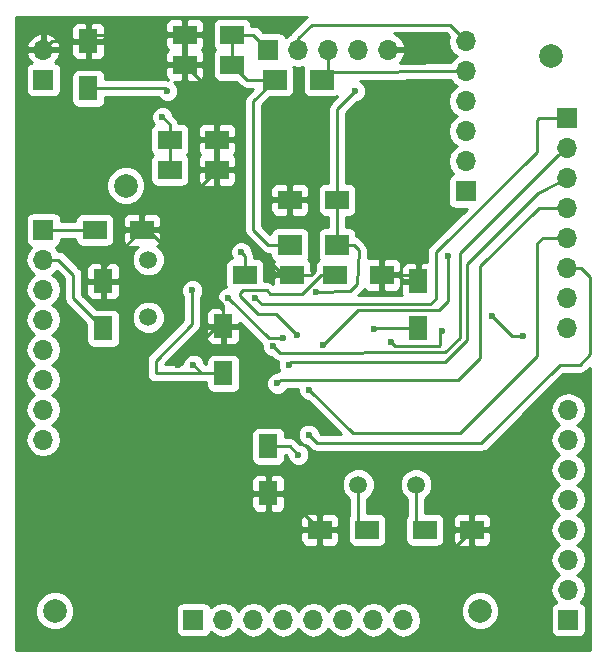
<source format=gbl>
G04 #@! TF.FileFunction,Copper,L2,Bot,Signal*
%FSLAX46Y46*%
G04 Gerber Fmt 4.6, Leading zero omitted, Abs format (unit mm)*
G04 Created by KiCad (PCBNEW 4.0.6) date 02/19/18 18:11:23*
%MOMM*%
%LPD*%
G01*
G04 APERTURE LIST*
%ADD10C,0.100000*%
%ADD11C,2.000000*%
%ADD12R,2.000000X1.600000*%
%ADD13R,1.600000X2.000000*%
%ADD14R,1.700000X1.700000*%
%ADD15O,1.700000X1.700000*%
%ADD16R,2.000000X1.700000*%
%ADD17C,1.500000*%
%ADD18C,0.600000*%
%ADD19C,0.250000*%
%ADD20C,0.254000*%
G04 APERTURE END LIST*
D10*
D11*
X156000000Y-64000000D03*
D12*
X117380000Y-78740000D03*
X121380000Y-78740000D03*
D13*
X118110000Y-87090000D03*
X118110000Y-83090000D03*
D12*
X140430000Y-104140000D03*
X136430000Y-104140000D03*
X145320000Y-104140000D03*
X149320000Y-104140000D03*
X137890000Y-76200000D03*
X133890000Y-76200000D03*
X137700000Y-82550000D03*
X141700000Y-82550000D03*
X130080000Y-82550000D03*
X134080000Y-82550000D03*
D13*
X144780000Y-87090000D03*
X144780000Y-83090000D03*
X132080000Y-97060000D03*
X132080000Y-101060000D03*
X128270000Y-90900000D03*
X128270000Y-86900000D03*
X116840000Y-66770000D03*
X116840000Y-62770000D03*
D12*
X123730000Y-71120000D03*
X127730000Y-71120000D03*
X123730000Y-73660000D03*
X127730000Y-73660000D03*
X129000000Y-64770000D03*
X125000000Y-64770000D03*
X129000000Y-62230000D03*
X125000000Y-62230000D03*
D14*
X113030000Y-66040000D03*
D15*
X113030000Y-63500000D03*
D16*
X133890000Y-80010000D03*
X137890000Y-80010000D03*
X132620000Y-66040000D03*
X136620000Y-66040000D03*
D17*
X121920000Y-81280000D03*
X121920000Y-86160000D03*
X139700000Y-100330000D03*
X144580000Y-100330000D03*
D14*
X113030000Y-78740000D03*
D15*
X113030000Y-81280000D03*
X113030000Y-83820000D03*
X113030000Y-86360000D03*
X113030000Y-88900000D03*
X113030000Y-91440000D03*
X113030000Y-93980000D03*
X113030000Y-96520000D03*
D14*
X125730000Y-111760000D03*
D15*
X128270000Y-111760000D03*
X130810000Y-111760000D03*
X133350000Y-111760000D03*
X135890000Y-111760000D03*
X138430000Y-111760000D03*
X140970000Y-111760000D03*
X143510000Y-111760000D03*
D14*
X148780500Y-75476100D03*
D15*
X148780500Y-72936100D03*
X148780500Y-70396100D03*
X148780500Y-67856100D03*
X148780500Y-65316100D03*
X148780500Y-62776100D03*
D14*
X157480000Y-111760000D03*
D15*
X157480000Y-109220000D03*
X157480000Y-106680000D03*
X157480000Y-104140000D03*
X157480000Y-101600000D03*
X157480000Y-99060000D03*
X157480000Y-96520000D03*
X157480000Y-93980000D03*
D14*
X157353000Y-69253100D03*
D15*
X157353000Y-71793100D03*
X157353000Y-74333100D03*
X157353000Y-76873100D03*
X157353000Y-79413100D03*
X157353000Y-81953100D03*
X157353000Y-84493100D03*
X157353000Y-87033100D03*
D14*
X132080000Y-63500000D03*
D15*
X134620000Y-63500000D03*
X137160000Y-63500000D03*
X139700000Y-63500000D03*
X142240000Y-63500000D03*
D11*
X114000000Y-111000000D03*
X150000000Y-111000000D03*
X120000000Y-75000000D03*
D18*
X135255000Y-99529900D03*
X124460000Y-90170000D03*
X125653800Y-83883500D03*
X123532900Y-66992500D03*
X125730000Y-90170000D03*
X136105900Y-83997800D03*
X139446000Y-67005200D03*
X134467600Y-87655400D03*
X129781300Y-80645000D03*
X141020800Y-87109300D03*
X134620000Y-97790000D03*
X123113800Y-69215000D03*
X147332700Y-80924400D03*
X136728200Y-88468200D03*
X142443200Y-88239600D03*
X146812000Y-87337900D03*
X133324600Y-87922100D03*
X128663700Y-84480400D03*
X130962400Y-84505800D03*
X132511800Y-88620600D03*
X133807200Y-90182700D03*
X132854700Y-91757500D03*
X135559800Y-92303600D03*
X135496300Y-96088200D03*
X153619200Y-87757000D03*
X150990300Y-86004400D03*
D19*
X116840000Y-62770000D02*
X113760000Y-62770000D01*
X113760000Y-62770000D02*
X113030000Y-63500000D01*
X134080000Y-82550000D02*
X133337300Y-82550000D01*
X133337300Y-82550000D02*
X127730000Y-76942700D01*
X127730000Y-76942700D02*
X127730000Y-73660000D01*
X133890000Y-76200000D02*
X135763000Y-76200000D01*
X135661400Y-82550000D02*
X134080000Y-82550000D01*
X136017000Y-82194400D02*
X135661400Y-82550000D01*
X136017000Y-76454000D02*
X136017000Y-82194400D01*
X135763000Y-76200000D02*
X136017000Y-76454000D01*
X133724900Y-101060000D02*
X132080000Y-101060000D01*
X135255000Y-99529900D02*
X133724900Y-101060000D01*
X136430000Y-104140000D02*
X136430000Y-105950000D01*
X146780000Y-106680000D02*
X149320000Y-104140000D01*
X137160000Y-106680000D02*
X146780000Y-106680000D01*
X136430000Y-105950000D02*
X137160000Y-106680000D01*
X132080000Y-101060000D02*
X133350000Y-101060000D01*
X133350000Y-101060000D02*
X136430000Y-104140000D01*
X124460000Y-90170000D02*
X127730000Y-86900000D01*
X127730000Y-86900000D02*
X128270000Y-86900000D01*
X141700000Y-82550000D02*
X144240000Y-82550000D01*
X144240000Y-82550000D02*
X144780000Y-83090000D01*
X125000000Y-62230000D02*
X117380000Y-62230000D01*
X117380000Y-62230000D02*
X116840000Y-62770000D01*
X125000000Y-64770000D02*
X125000000Y-62230000D01*
X127730000Y-71120000D02*
X127730000Y-67500000D01*
X127730000Y-67500000D02*
X125000000Y-64770000D01*
X127730000Y-73660000D02*
X127730000Y-71120000D01*
X121380000Y-78740000D02*
X122650000Y-78740000D01*
X122650000Y-78740000D02*
X127730000Y-73660000D01*
X121380000Y-78740000D02*
X121920000Y-78740000D01*
X121920000Y-78740000D02*
X128270000Y-85090000D01*
X128270000Y-85090000D02*
X128270000Y-86900000D01*
X118110000Y-83090000D02*
X118110000Y-82010000D01*
X118110000Y-82010000D02*
X121380000Y-78740000D01*
X122535700Y-90900000D02*
X128270000Y-90900000D01*
X122529600Y-90893900D02*
X122535700Y-90900000D01*
X122529600Y-89827100D02*
X122529600Y-90893900D01*
X125653800Y-86702900D02*
X122529600Y-89827100D01*
X125653800Y-83883500D02*
X125653800Y-86702900D01*
X116840000Y-66770000D02*
X123310400Y-66770000D01*
X123310400Y-66770000D02*
X123532900Y-66992500D01*
X125730000Y-90170000D02*
X126460000Y-90900000D01*
X126460000Y-90900000D02*
X128270000Y-90900000D01*
X129000000Y-62230000D02*
X130810000Y-62230000D01*
X130810000Y-62230000D02*
X132080000Y-63500000D01*
X129000000Y-62230000D02*
X129000000Y-64770000D01*
X132620000Y-66040000D02*
X130270000Y-66040000D01*
X130270000Y-66040000D02*
X129000000Y-64770000D01*
X133890000Y-80010000D02*
X132080000Y-80010000D01*
X130810000Y-67850000D02*
X132620000Y-66040000D01*
X130810000Y-78740000D02*
X130810000Y-67850000D01*
X132080000Y-80010000D02*
X130810000Y-78740000D01*
X113030000Y-78740000D02*
X117380000Y-78740000D01*
X113030000Y-81280000D02*
X114300000Y-81280000D01*
X115570000Y-84550000D02*
X118110000Y-87090000D01*
X115570000Y-82550000D02*
X115570000Y-84550000D01*
X114300000Y-81280000D02*
X115570000Y-82550000D01*
X139700000Y-100330000D02*
X139700000Y-103410000D01*
X139700000Y-103410000D02*
X140430000Y-104140000D01*
X144580000Y-100330000D02*
X144580000Y-103400000D01*
X144580000Y-103400000D02*
X145320000Y-104140000D01*
X139293600Y-80010000D02*
X137890000Y-80010000D01*
X139750800Y-80467200D02*
X139293600Y-80010000D01*
X139623800Y-83299300D02*
X139750800Y-80467200D01*
X138988800Y-83934300D02*
X139623800Y-83299300D01*
X136131300Y-83972400D02*
X138988800Y-83934300D01*
X136105900Y-83997800D02*
X136131300Y-83972400D01*
X137890000Y-76200000D02*
X137890000Y-68561200D01*
X137890000Y-68561200D02*
X139446000Y-67005200D01*
X137890000Y-76200000D02*
X137890000Y-80010000D01*
X136499600Y-82550000D02*
X137700000Y-82550000D01*
X134899400Y-84150200D02*
X136499600Y-82550000D01*
X132232400Y-84150200D02*
X134899400Y-84150200D01*
X131927600Y-83845400D02*
X132232400Y-84150200D01*
X129921000Y-83845400D02*
X131927600Y-83845400D01*
X129641600Y-84124800D02*
X129921000Y-83845400D01*
X129641600Y-84315300D02*
X129641600Y-84124800D01*
X131203700Y-85877400D02*
X129641600Y-84315300D01*
X132689600Y-85877400D02*
X131203700Y-85877400D01*
X134467600Y-87655400D02*
X132689600Y-85877400D01*
X130080000Y-80943700D02*
X130080000Y-82550000D01*
X129781300Y-80645000D02*
X130080000Y-80943700D01*
X144780000Y-87090000D02*
X141040100Y-87090000D01*
X141040100Y-87090000D02*
X141020800Y-87109300D01*
X133890000Y-97060000D02*
X132080000Y-97060000D01*
X134620000Y-97790000D02*
X133890000Y-97060000D01*
X123730000Y-71120000D02*
X123730000Y-73660000D01*
X123730000Y-69831200D02*
X123730000Y-71120000D01*
X123113800Y-69215000D02*
X123730000Y-69831200D01*
X147332700Y-84772500D02*
X147332700Y-80924400D01*
X146558000Y-85547200D02*
X147332700Y-84772500D01*
X139649200Y-85547200D02*
X146558000Y-85547200D01*
X136728200Y-88468200D02*
X139649200Y-85547200D01*
X142773400Y-88569800D02*
X142443200Y-88239600D01*
X146521023Y-88569800D02*
X142773400Y-88569800D01*
X146596100Y-88494723D02*
X146521023Y-88569800D01*
X146596100Y-87553800D02*
X146596100Y-88494723D01*
X146812000Y-87337900D02*
X146596100Y-87553800D01*
X148780500Y-65316100D02*
X137255000Y-65405000D01*
X137255000Y-65405000D02*
X136620000Y-66040000D01*
X137160000Y-63500000D02*
X137160000Y-65500000D01*
X137160000Y-65500000D02*
X136620000Y-66040000D01*
X134620000Y-63500000D02*
X134620000Y-62484000D01*
X147497800Y-61366400D02*
X148780500Y-62776100D01*
X135737600Y-61366400D02*
X147497800Y-61366400D01*
X134620000Y-62484000D02*
X135737600Y-61366400D01*
X132105400Y-87922100D02*
X133324600Y-87922100D01*
X128663700Y-84480400D02*
X132105400Y-87922100D01*
X154965400Y-69253100D02*
X157353000Y-69253100D01*
X154787600Y-69430900D02*
X154965400Y-69253100D01*
X154787600Y-72123300D02*
X154787600Y-69430900D01*
X146253200Y-80657700D02*
X154787600Y-72123300D01*
X146253200Y-84594700D02*
X146253200Y-80657700D01*
X145796000Y-85051900D02*
X146253200Y-84594700D01*
X131508500Y-85051900D02*
X145796000Y-85051900D01*
X130962400Y-84505800D02*
X131508500Y-85051900D01*
X156603700Y-72402700D02*
X157353000Y-71793100D01*
X148285200Y-80721200D02*
X156603700Y-72402700D01*
X148266150Y-87890350D02*
X148285200Y-80721200D01*
X147021550Y-89134950D02*
X148266150Y-87890350D01*
X133032500Y-89141300D02*
X147021550Y-89134950D01*
X132511800Y-88620600D02*
X133032500Y-89141300D01*
X154901900Y-75603100D02*
X157353000Y-74333100D01*
X148882100Y-81622900D02*
X154901900Y-75603100D01*
X148875750Y-88068150D02*
X148882100Y-81622900D01*
X147008850Y-89935050D02*
X148875750Y-88068150D01*
X134035800Y-89954100D02*
X147008850Y-89935050D01*
X133807200Y-90182700D02*
X134035800Y-89954100D01*
X154965400Y-76873100D02*
X157353000Y-76873100D01*
X149999700Y-81838800D02*
X154965400Y-76873100D01*
X149999700Y-89573100D02*
X149999700Y-81838800D01*
X148132800Y-91440000D02*
X149999700Y-89573100D01*
X133172200Y-91440000D02*
X148132800Y-91440000D01*
X132854700Y-91757500D02*
X133172200Y-91440000D01*
X155321000Y-79413100D02*
X157353000Y-79413100D01*
X154838400Y-79895700D02*
X155321000Y-79413100D01*
X154838400Y-89420700D02*
X154838400Y-79895700D01*
X148285200Y-95973900D02*
X154838400Y-89420700D01*
X139230100Y-95973900D02*
X148285200Y-95973900D01*
X135559800Y-92303600D02*
X139230100Y-95973900D01*
X158534100Y-81953100D02*
X157353000Y-81953100D01*
X159346900Y-82765900D02*
X158534100Y-81953100D01*
X159346900Y-89293700D02*
X159346900Y-82765900D01*
X158457900Y-90182700D02*
X159346900Y-89293700D01*
X156743400Y-90182700D02*
X158457900Y-90182700D01*
X150114000Y-96812100D02*
X156743400Y-90182700D01*
X136220200Y-96812100D02*
X150114000Y-96812100D01*
X135496300Y-96088200D02*
X136220200Y-96812100D01*
X152742900Y-87757000D02*
X153619200Y-87757000D01*
X150990300Y-86004400D02*
X152742900Y-87757000D01*
D20*
G36*
X135200199Y-60828999D02*
X134082599Y-61946599D01*
X133923611Y-62184542D01*
X133569946Y-62420853D01*
X133542150Y-62462452D01*
X133533162Y-62414683D01*
X133394090Y-62198559D01*
X133181890Y-62053569D01*
X132930000Y-62002560D01*
X131657362Y-62002560D01*
X131347401Y-61692599D01*
X131100839Y-61527852D01*
X130810000Y-61470000D01*
X130647440Y-61470000D01*
X130647440Y-61430000D01*
X130603162Y-61194683D01*
X130464090Y-60978559D01*
X130251890Y-60833569D01*
X130000000Y-60782560D01*
X128000000Y-60782560D01*
X127764683Y-60826838D01*
X127548559Y-60965910D01*
X127403569Y-61178110D01*
X127352560Y-61430000D01*
X127352560Y-63030000D01*
X127396838Y-63265317D01*
X127535910Y-63481441D01*
X127560488Y-63498234D01*
X127548559Y-63505910D01*
X127403569Y-63718110D01*
X127352560Y-63970000D01*
X127352560Y-65570000D01*
X127396838Y-65805317D01*
X127535910Y-66021441D01*
X127748110Y-66166431D01*
X128000000Y-66217440D01*
X129372638Y-66217440D01*
X129732599Y-66577401D01*
X129979160Y-66742148D01*
X130270000Y-66800000D01*
X130785198Y-66800000D01*
X130272599Y-67312599D01*
X130107852Y-67559161D01*
X130050000Y-67850000D01*
X130050000Y-78740000D01*
X130107852Y-79030839D01*
X130272599Y-79277401D01*
X131542599Y-80547401D01*
X131789160Y-80712148D01*
X132080000Y-80770000D01*
X132242560Y-80770000D01*
X132242560Y-80860000D01*
X132286838Y-81095317D01*
X132425910Y-81311441D01*
X132541596Y-81390486D01*
X132445000Y-81623690D01*
X132445000Y-82264250D01*
X132603750Y-82423000D01*
X133953000Y-82423000D01*
X133953000Y-82403000D01*
X134207000Y-82403000D01*
X134207000Y-82423000D01*
X134227000Y-82423000D01*
X134227000Y-82677000D01*
X134207000Y-82677000D01*
X134207000Y-82697000D01*
X133953000Y-82697000D01*
X133953000Y-82677000D01*
X132603750Y-82677000D01*
X132445000Y-82835750D01*
X132445000Y-83294635D01*
X132218439Y-83143252D01*
X131927600Y-83085400D01*
X131727440Y-83085400D01*
X131727440Y-81750000D01*
X131683162Y-81514683D01*
X131544090Y-81298559D01*
X131331890Y-81153569D01*
X131080000Y-81102560D01*
X130840000Y-81102560D01*
X130840000Y-80943700D01*
X130782148Y-80652861D01*
X130716380Y-80554431D01*
X130716462Y-80459833D01*
X130574417Y-80116057D01*
X130311627Y-79852808D01*
X129968099Y-79710162D01*
X129596133Y-79709838D01*
X129252357Y-79851883D01*
X128989108Y-80114673D01*
X128846462Y-80458201D01*
X128846138Y-80830167D01*
X128967439Y-81123740D01*
X128844683Y-81146838D01*
X128628559Y-81285910D01*
X128483569Y-81498110D01*
X128432560Y-81750000D01*
X128432560Y-83350000D01*
X128469963Y-83548779D01*
X128134757Y-83687283D01*
X127871508Y-83950073D01*
X127728862Y-84293601D01*
X127728538Y-84665567D01*
X127870583Y-85009343D01*
X128133373Y-85272592D01*
X128142998Y-85276589D01*
X128142998Y-85423748D01*
X127984250Y-85265000D01*
X127343690Y-85265000D01*
X127110301Y-85361673D01*
X126931673Y-85540302D01*
X126835000Y-85773691D01*
X126835000Y-86614250D01*
X126993750Y-86773000D01*
X128143000Y-86773000D01*
X128143000Y-86753000D01*
X128397000Y-86753000D01*
X128397000Y-86773000D01*
X129546250Y-86773000D01*
X129705000Y-86614250D01*
X129705000Y-86596502D01*
X131567999Y-88459501D01*
X131576934Y-88465471D01*
X131576638Y-88805767D01*
X131718683Y-89149543D01*
X131981473Y-89412792D01*
X132325001Y-89555438D01*
X132371877Y-89555479D01*
X132495099Y-89678701D01*
X132495245Y-89678799D01*
X132495343Y-89678945D01*
X132618522Y-89761169D01*
X132741661Y-89843448D01*
X132741834Y-89843482D01*
X132741980Y-89843580D01*
X132887329Y-89872423D01*
X132920865Y-89879094D01*
X132872362Y-89995901D01*
X132872038Y-90367867D01*
X133014010Y-90711466D01*
X132881361Y-90737852D01*
X132754807Y-90822412D01*
X132669533Y-90822338D01*
X132325757Y-90964383D01*
X132062508Y-91227173D01*
X131919862Y-91570701D01*
X131919538Y-91942667D01*
X132061583Y-92286443D01*
X132324373Y-92549692D01*
X132667901Y-92692338D01*
X133039867Y-92692662D01*
X133383643Y-92550617D01*
X133646892Y-92287827D01*
X133683361Y-92200000D01*
X134624890Y-92200000D01*
X134624638Y-92488767D01*
X134766683Y-92832543D01*
X135029473Y-93095792D01*
X135373001Y-93238438D01*
X135419877Y-93238479D01*
X138233498Y-96052100D01*
X136535002Y-96052100D01*
X136431422Y-95948520D01*
X136431462Y-95903033D01*
X136289417Y-95559257D01*
X136026627Y-95296008D01*
X135683099Y-95153362D01*
X135311133Y-95153038D01*
X134967357Y-95295083D01*
X134704108Y-95557873D01*
X134561462Y-95901401D01*
X134561138Y-96273367D01*
X134703183Y-96617143D01*
X134965973Y-96880392D01*
X135309501Y-97023038D01*
X135356377Y-97023079D01*
X135682799Y-97349501D01*
X135929360Y-97514248D01*
X136220200Y-97572100D01*
X150114000Y-97572100D01*
X150404839Y-97514248D01*
X150651401Y-97349501D01*
X154020902Y-93980000D01*
X155965907Y-93980000D01*
X156078946Y-94548285D01*
X156400853Y-95030054D01*
X156730026Y-95250000D01*
X156400853Y-95469946D01*
X156078946Y-95951715D01*
X155965907Y-96520000D01*
X156078946Y-97088285D01*
X156400853Y-97570054D01*
X156730026Y-97790000D01*
X156400853Y-98009946D01*
X156078946Y-98491715D01*
X155965907Y-99060000D01*
X156078946Y-99628285D01*
X156400853Y-100110054D01*
X156730026Y-100330000D01*
X156400853Y-100549946D01*
X156078946Y-101031715D01*
X155965907Y-101600000D01*
X156078946Y-102168285D01*
X156400853Y-102650054D01*
X156730026Y-102870000D01*
X156400853Y-103089946D01*
X156078946Y-103571715D01*
X155965907Y-104140000D01*
X156078946Y-104708285D01*
X156400853Y-105190054D01*
X156730026Y-105410000D01*
X156400853Y-105629946D01*
X156078946Y-106111715D01*
X155965907Y-106680000D01*
X156078946Y-107248285D01*
X156400853Y-107730054D01*
X156730026Y-107950000D01*
X156400853Y-108169946D01*
X156078946Y-108651715D01*
X155965907Y-109220000D01*
X156078946Y-109788285D01*
X156400853Y-110270054D01*
X156442452Y-110297850D01*
X156394683Y-110306838D01*
X156178559Y-110445910D01*
X156033569Y-110658110D01*
X155982560Y-110910000D01*
X155982560Y-112610000D01*
X156026838Y-112845317D01*
X156165910Y-113061441D01*
X156378110Y-113206431D01*
X156630000Y-113257440D01*
X158330000Y-113257440D01*
X158565317Y-113213162D01*
X158781441Y-113074090D01*
X158926431Y-112861890D01*
X158977440Y-112610000D01*
X158977440Y-110910000D01*
X158933162Y-110674683D01*
X158794090Y-110458559D01*
X158581890Y-110313569D01*
X158514459Y-110299914D01*
X158559147Y-110270054D01*
X158881054Y-109788285D01*
X158994093Y-109220000D01*
X158881054Y-108651715D01*
X158559147Y-108169946D01*
X158229974Y-107950000D01*
X158559147Y-107730054D01*
X158881054Y-107248285D01*
X158994093Y-106680000D01*
X158881054Y-106111715D01*
X158559147Y-105629946D01*
X158229974Y-105410000D01*
X158559147Y-105190054D01*
X158881054Y-104708285D01*
X158994093Y-104140000D01*
X158881054Y-103571715D01*
X158559147Y-103089946D01*
X158229974Y-102870000D01*
X158559147Y-102650054D01*
X158881054Y-102168285D01*
X158994093Y-101600000D01*
X158881054Y-101031715D01*
X158559147Y-100549946D01*
X158229974Y-100330000D01*
X158559147Y-100110054D01*
X158881054Y-99628285D01*
X158994093Y-99060000D01*
X158881054Y-98491715D01*
X158559147Y-98009946D01*
X158229974Y-97790000D01*
X158559147Y-97570054D01*
X158881054Y-97088285D01*
X158994093Y-96520000D01*
X158881054Y-95951715D01*
X158559147Y-95469946D01*
X158229974Y-95250000D01*
X158559147Y-95030054D01*
X158881054Y-94548285D01*
X158994093Y-93980000D01*
X158881054Y-93411715D01*
X158559147Y-92929946D01*
X158077378Y-92608039D01*
X157509093Y-92495000D01*
X157450907Y-92495000D01*
X156882622Y-92608039D01*
X156400853Y-92929946D01*
X156078946Y-93411715D01*
X155965907Y-93980000D01*
X154020902Y-93980000D01*
X157058202Y-90942700D01*
X158457900Y-90942700D01*
X158748739Y-90884848D01*
X158995301Y-90720101D01*
X159290000Y-90425402D01*
X159290000Y-114290000D01*
X110710000Y-114290000D01*
X110710000Y-111323795D01*
X112364716Y-111323795D01*
X112613106Y-111924943D01*
X113072637Y-112385278D01*
X113673352Y-112634716D01*
X114323795Y-112635284D01*
X114924943Y-112386894D01*
X115385278Y-111927363D01*
X115634716Y-111326648D01*
X115635079Y-110910000D01*
X124232560Y-110910000D01*
X124232560Y-112610000D01*
X124276838Y-112845317D01*
X124415910Y-113061441D01*
X124628110Y-113206431D01*
X124880000Y-113257440D01*
X126580000Y-113257440D01*
X126815317Y-113213162D01*
X127031441Y-113074090D01*
X127176431Y-112861890D01*
X127190086Y-112794459D01*
X127219946Y-112839147D01*
X127701715Y-113161054D01*
X128270000Y-113274093D01*
X128838285Y-113161054D01*
X129320054Y-112839147D01*
X129540000Y-112509974D01*
X129759946Y-112839147D01*
X130241715Y-113161054D01*
X130810000Y-113274093D01*
X131378285Y-113161054D01*
X131860054Y-112839147D01*
X132080000Y-112509974D01*
X132299946Y-112839147D01*
X132781715Y-113161054D01*
X133350000Y-113274093D01*
X133918285Y-113161054D01*
X134400054Y-112839147D01*
X134620000Y-112509974D01*
X134839946Y-112839147D01*
X135321715Y-113161054D01*
X135890000Y-113274093D01*
X136458285Y-113161054D01*
X136940054Y-112839147D01*
X137160000Y-112509974D01*
X137379946Y-112839147D01*
X137861715Y-113161054D01*
X138430000Y-113274093D01*
X138998285Y-113161054D01*
X139480054Y-112839147D01*
X139700000Y-112509974D01*
X139919946Y-112839147D01*
X140401715Y-113161054D01*
X140970000Y-113274093D01*
X141538285Y-113161054D01*
X142020054Y-112839147D01*
X142240000Y-112509974D01*
X142459946Y-112839147D01*
X142941715Y-113161054D01*
X143510000Y-113274093D01*
X144078285Y-113161054D01*
X144560054Y-112839147D01*
X144881961Y-112357378D01*
X144995000Y-111789093D01*
X144995000Y-111730907D01*
X144914021Y-111323795D01*
X148364716Y-111323795D01*
X148613106Y-111924943D01*
X149072637Y-112385278D01*
X149673352Y-112634716D01*
X150323795Y-112635284D01*
X150924943Y-112386894D01*
X151385278Y-111927363D01*
X151634716Y-111326648D01*
X151635284Y-110676205D01*
X151386894Y-110075057D01*
X150927363Y-109614722D01*
X150326648Y-109365284D01*
X149676205Y-109364716D01*
X149075057Y-109613106D01*
X148614722Y-110072637D01*
X148365284Y-110673352D01*
X148364716Y-111323795D01*
X144914021Y-111323795D01*
X144881961Y-111162622D01*
X144560054Y-110680853D01*
X144078285Y-110358946D01*
X143510000Y-110245907D01*
X142941715Y-110358946D01*
X142459946Y-110680853D01*
X142240000Y-111010026D01*
X142020054Y-110680853D01*
X141538285Y-110358946D01*
X140970000Y-110245907D01*
X140401715Y-110358946D01*
X139919946Y-110680853D01*
X139700000Y-111010026D01*
X139480054Y-110680853D01*
X138998285Y-110358946D01*
X138430000Y-110245907D01*
X137861715Y-110358946D01*
X137379946Y-110680853D01*
X137160000Y-111010026D01*
X136940054Y-110680853D01*
X136458285Y-110358946D01*
X135890000Y-110245907D01*
X135321715Y-110358946D01*
X134839946Y-110680853D01*
X134620000Y-111010026D01*
X134400054Y-110680853D01*
X133918285Y-110358946D01*
X133350000Y-110245907D01*
X132781715Y-110358946D01*
X132299946Y-110680853D01*
X132080000Y-111010026D01*
X131860054Y-110680853D01*
X131378285Y-110358946D01*
X130810000Y-110245907D01*
X130241715Y-110358946D01*
X129759946Y-110680853D01*
X129540000Y-111010026D01*
X129320054Y-110680853D01*
X128838285Y-110358946D01*
X128270000Y-110245907D01*
X127701715Y-110358946D01*
X127219946Y-110680853D01*
X127192150Y-110722452D01*
X127183162Y-110674683D01*
X127044090Y-110458559D01*
X126831890Y-110313569D01*
X126580000Y-110262560D01*
X124880000Y-110262560D01*
X124644683Y-110306838D01*
X124428559Y-110445910D01*
X124283569Y-110658110D01*
X124232560Y-110910000D01*
X115635079Y-110910000D01*
X115635284Y-110676205D01*
X115386894Y-110075057D01*
X114927363Y-109614722D01*
X114326648Y-109365284D01*
X113676205Y-109364716D01*
X113075057Y-109613106D01*
X112614722Y-110072637D01*
X112365284Y-110673352D01*
X112364716Y-111323795D01*
X110710000Y-111323795D01*
X110710000Y-104425750D01*
X134795000Y-104425750D01*
X134795000Y-105066310D01*
X134891673Y-105299699D01*
X135070302Y-105478327D01*
X135303691Y-105575000D01*
X136144250Y-105575000D01*
X136303000Y-105416250D01*
X136303000Y-104267000D01*
X136557000Y-104267000D01*
X136557000Y-105416250D01*
X136715750Y-105575000D01*
X137556309Y-105575000D01*
X137789698Y-105478327D01*
X137968327Y-105299699D01*
X138065000Y-105066310D01*
X138065000Y-104425750D01*
X137906250Y-104267000D01*
X136557000Y-104267000D01*
X136303000Y-104267000D01*
X134953750Y-104267000D01*
X134795000Y-104425750D01*
X110710000Y-104425750D01*
X110710000Y-103213690D01*
X134795000Y-103213690D01*
X134795000Y-103854250D01*
X134953750Y-104013000D01*
X136303000Y-104013000D01*
X136303000Y-102863750D01*
X136557000Y-102863750D01*
X136557000Y-104013000D01*
X137906250Y-104013000D01*
X138065000Y-103854250D01*
X138065000Y-103213690D01*
X137968327Y-102980301D01*
X137789698Y-102801673D01*
X137556309Y-102705000D01*
X136715750Y-102705000D01*
X136557000Y-102863750D01*
X136303000Y-102863750D01*
X136144250Y-102705000D01*
X135303691Y-102705000D01*
X135070302Y-102801673D01*
X134891673Y-102980301D01*
X134795000Y-103213690D01*
X110710000Y-103213690D01*
X110710000Y-101345750D01*
X130645000Y-101345750D01*
X130645000Y-102186309D01*
X130741673Y-102419698D01*
X130920301Y-102598327D01*
X131153690Y-102695000D01*
X131794250Y-102695000D01*
X131953000Y-102536250D01*
X131953000Y-101187000D01*
X132207000Y-101187000D01*
X132207000Y-102536250D01*
X132365750Y-102695000D01*
X133006310Y-102695000D01*
X133239699Y-102598327D01*
X133418327Y-102419698D01*
X133515000Y-102186309D01*
X133515000Y-101345750D01*
X133356250Y-101187000D01*
X132207000Y-101187000D01*
X131953000Y-101187000D01*
X130803750Y-101187000D01*
X130645000Y-101345750D01*
X110710000Y-101345750D01*
X110710000Y-99933691D01*
X130645000Y-99933691D01*
X130645000Y-100774250D01*
X130803750Y-100933000D01*
X131953000Y-100933000D01*
X131953000Y-99583750D01*
X132207000Y-99583750D01*
X132207000Y-100933000D01*
X133356250Y-100933000D01*
X133515000Y-100774250D01*
X133515000Y-100604285D01*
X138314760Y-100604285D01*
X138525169Y-101113515D01*
X138914436Y-101503461D01*
X138940000Y-101514076D01*
X138940000Y-102932343D01*
X138833569Y-103088110D01*
X138782560Y-103340000D01*
X138782560Y-104940000D01*
X138826838Y-105175317D01*
X138965910Y-105391441D01*
X139178110Y-105536431D01*
X139430000Y-105587440D01*
X141430000Y-105587440D01*
X141665317Y-105543162D01*
X141881441Y-105404090D01*
X142026431Y-105191890D01*
X142077440Y-104940000D01*
X142077440Y-103340000D01*
X142033162Y-103104683D01*
X141894090Y-102888559D01*
X141681890Y-102743569D01*
X141430000Y-102692560D01*
X140460000Y-102692560D01*
X140460000Y-101514547D01*
X140483515Y-101504831D01*
X140873461Y-101115564D01*
X141084759Y-100606702D01*
X141084761Y-100604285D01*
X143194760Y-100604285D01*
X143405169Y-101113515D01*
X143794436Y-101503461D01*
X143820000Y-101514076D01*
X143820000Y-102946978D01*
X143723569Y-103088110D01*
X143672560Y-103340000D01*
X143672560Y-104940000D01*
X143716838Y-105175317D01*
X143855910Y-105391441D01*
X144068110Y-105536431D01*
X144320000Y-105587440D01*
X146320000Y-105587440D01*
X146555317Y-105543162D01*
X146771441Y-105404090D01*
X146916431Y-105191890D01*
X146967440Y-104940000D01*
X146967440Y-104425750D01*
X147685000Y-104425750D01*
X147685000Y-105066310D01*
X147781673Y-105299699D01*
X147960302Y-105478327D01*
X148193691Y-105575000D01*
X149034250Y-105575000D01*
X149193000Y-105416250D01*
X149193000Y-104267000D01*
X149447000Y-104267000D01*
X149447000Y-105416250D01*
X149605750Y-105575000D01*
X150446309Y-105575000D01*
X150679698Y-105478327D01*
X150858327Y-105299699D01*
X150955000Y-105066310D01*
X150955000Y-104425750D01*
X150796250Y-104267000D01*
X149447000Y-104267000D01*
X149193000Y-104267000D01*
X147843750Y-104267000D01*
X147685000Y-104425750D01*
X146967440Y-104425750D01*
X146967440Y-103340000D01*
X146943674Y-103213690D01*
X147685000Y-103213690D01*
X147685000Y-103854250D01*
X147843750Y-104013000D01*
X149193000Y-104013000D01*
X149193000Y-102863750D01*
X149447000Y-102863750D01*
X149447000Y-104013000D01*
X150796250Y-104013000D01*
X150955000Y-103854250D01*
X150955000Y-103213690D01*
X150858327Y-102980301D01*
X150679698Y-102801673D01*
X150446309Y-102705000D01*
X149605750Y-102705000D01*
X149447000Y-102863750D01*
X149193000Y-102863750D01*
X149034250Y-102705000D01*
X148193691Y-102705000D01*
X147960302Y-102801673D01*
X147781673Y-102980301D01*
X147685000Y-103213690D01*
X146943674Y-103213690D01*
X146923162Y-103104683D01*
X146784090Y-102888559D01*
X146571890Y-102743569D01*
X146320000Y-102692560D01*
X145340000Y-102692560D01*
X145340000Y-101514547D01*
X145363515Y-101504831D01*
X145753461Y-101115564D01*
X145964759Y-100606702D01*
X145965240Y-100055715D01*
X145754831Y-99546485D01*
X145365564Y-99156539D01*
X144856702Y-98945241D01*
X144305715Y-98944760D01*
X143796485Y-99155169D01*
X143406539Y-99544436D01*
X143195241Y-100053298D01*
X143194760Y-100604285D01*
X141084761Y-100604285D01*
X141085240Y-100055715D01*
X140874831Y-99546485D01*
X140485564Y-99156539D01*
X139976702Y-98945241D01*
X139425715Y-98944760D01*
X138916485Y-99155169D01*
X138526539Y-99544436D01*
X138315241Y-100053298D01*
X138314760Y-100604285D01*
X133515000Y-100604285D01*
X133515000Y-99933691D01*
X133418327Y-99700302D01*
X133239699Y-99521673D01*
X133006310Y-99425000D01*
X132365750Y-99425000D01*
X132207000Y-99583750D01*
X131953000Y-99583750D01*
X131794250Y-99425000D01*
X131153690Y-99425000D01*
X130920301Y-99521673D01*
X130741673Y-99700302D01*
X130645000Y-99933691D01*
X110710000Y-99933691D01*
X110710000Y-81280000D01*
X111515907Y-81280000D01*
X111628946Y-81848285D01*
X111950853Y-82330054D01*
X112280026Y-82550000D01*
X111950853Y-82769946D01*
X111628946Y-83251715D01*
X111515907Y-83820000D01*
X111628946Y-84388285D01*
X111950853Y-84870054D01*
X112280026Y-85090000D01*
X111950853Y-85309946D01*
X111628946Y-85791715D01*
X111515907Y-86360000D01*
X111628946Y-86928285D01*
X111950853Y-87410054D01*
X112280026Y-87630000D01*
X111950853Y-87849946D01*
X111628946Y-88331715D01*
X111515907Y-88900000D01*
X111628946Y-89468285D01*
X111950853Y-89950054D01*
X112280026Y-90170000D01*
X111950853Y-90389946D01*
X111628946Y-90871715D01*
X111515907Y-91440000D01*
X111628946Y-92008285D01*
X111950853Y-92490054D01*
X112280026Y-92710000D01*
X111950853Y-92929946D01*
X111628946Y-93411715D01*
X111515907Y-93980000D01*
X111628946Y-94548285D01*
X111950853Y-95030054D01*
X112280026Y-95250000D01*
X111950853Y-95469946D01*
X111628946Y-95951715D01*
X111515907Y-96520000D01*
X111628946Y-97088285D01*
X111950853Y-97570054D01*
X112432622Y-97891961D01*
X113000907Y-98005000D01*
X113059093Y-98005000D01*
X113627378Y-97891961D01*
X114109147Y-97570054D01*
X114431054Y-97088285D01*
X114544093Y-96520000D01*
X114452594Y-96060000D01*
X130632560Y-96060000D01*
X130632560Y-98060000D01*
X130676838Y-98295317D01*
X130815910Y-98511441D01*
X131028110Y-98656431D01*
X131280000Y-98707440D01*
X132880000Y-98707440D01*
X133115317Y-98663162D01*
X133331441Y-98524090D01*
X133476431Y-98311890D01*
X133527440Y-98060000D01*
X133527440Y-97820000D01*
X133575198Y-97820000D01*
X133684878Y-97929680D01*
X133684838Y-97975167D01*
X133826883Y-98318943D01*
X134089673Y-98582192D01*
X134433201Y-98724838D01*
X134805167Y-98725162D01*
X135148943Y-98583117D01*
X135412192Y-98320327D01*
X135554838Y-97976799D01*
X135555162Y-97604833D01*
X135413117Y-97261057D01*
X135150327Y-96997808D01*
X134806799Y-96855162D01*
X134759923Y-96855121D01*
X134427401Y-96522599D01*
X134180839Y-96357852D01*
X133890000Y-96300000D01*
X133527440Y-96300000D01*
X133527440Y-96060000D01*
X133483162Y-95824683D01*
X133344090Y-95608559D01*
X133131890Y-95463569D01*
X132880000Y-95412560D01*
X131280000Y-95412560D01*
X131044683Y-95456838D01*
X130828559Y-95595910D01*
X130683569Y-95808110D01*
X130632560Y-96060000D01*
X114452594Y-96060000D01*
X114431054Y-95951715D01*
X114109147Y-95469946D01*
X113779974Y-95250000D01*
X114109147Y-95030054D01*
X114431054Y-94548285D01*
X114544093Y-93980000D01*
X114431054Y-93411715D01*
X114109147Y-92929946D01*
X113779974Y-92710000D01*
X114109147Y-92490054D01*
X114431054Y-92008285D01*
X114544093Y-91440000D01*
X114431054Y-90871715D01*
X114109147Y-90389946D01*
X113779974Y-90170000D01*
X114109147Y-89950054D01*
X114191302Y-89827100D01*
X121769600Y-89827100D01*
X121769600Y-90893900D01*
X121827452Y-91184739D01*
X121992199Y-91431301D01*
X121998299Y-91437401D01*
X122244861Y-91602148D01*
X122535700Y-91660000D01*
X126822560Y-91660000D01*
X126822560Y-91900000D01*
X126866838Y-92135317D01*
X127005910Y-92351441D01*
X127218110Y-92496431D01*
X127470000Y-92547440D01*
X129070000Y-92547440D01*
X129305317Y-92503162D01*
X129521441Y-92364090D01*
X129666431Y-92151890D01*
X129717440Y-91900000D01*
X129717440Y-89900000D01*
X129673162Y-89664683D01*
X129534090Y-89448559D01*
X129321890Y-89303569D01*
X129070000Y-89252560D01*
X127470000Y-89252560D01*
X127234683Y-89296838D01*
X127018559Y-89435910D01*
X126873569Y-89648110D01*
X126822560Y-89900000D01*
X126822560Y-90140000D01*
X126774802Y-90140000D01*
X126665122Y-90030320D01*
X126665162Y-89984833D01*
X126523117Y-89641057D01*
X126260327Y-89377808D01*
X125916799Y-89235162D01*
X125544833Y-89234838D01*
X125201057Y-89376883D01*
X124937808Y-89639673D01*
X124795162Y-89983201D01*
X124795025Y-90140000D01*
X123291502Y-90140000D01*
X126191201Y-87240301D01*
X126227650Y-87185750D01*
X126835000Y-87185750D01*
X126835000Y-88026309D01*
X126931673Y-88259698D01*
X127110301Y-88438327D01*
X127343690Y-88535000D01*
X127984250Y-88535000D01*
X128143000Y-88376250D01*
X128143000Y-87027000D01*
X128397000Y-87027000D01*
X128397000Y-88376250D01*
X128555750Y-88535000D01*
X129196310Y-88535000D01*
X129429699Y-88438327D01*
X129608327Y-88259698D01*
X129705000Y-88026309D01*
X129705000Y-87185750D01*
X129546250Y-87027000D01*
X128397000Y-87027000D01*
X128143000Y-87027000D01*
X126993750Y-87027000D01*
X126835000Y-87185750D01*
X126227650Y-87185750D01*
X126355948Y-86993739D01*
X126413800Y-86702900D01*
X126413800Y-84445963D01*
X126445992Y-84413827D01*
X126588638Y-84070299D01*
X126588962Y-83698333D01*
X126446917Y-83354557D01*
X126184127Y-83091308D01*
X125840599Y-82948662D01*
X125468633Y-82948338D01*
X125124857Y-83090383D01*
X124861608Y-83353173D01*
X124718962Y-83696701D01*
X124718638Y-84068667D01*
X124860683Y-84412443D01*
X124893800Y-84445618D01*
X124893800Y-86388098D01*
X121992199Y-89289699D01*
X121827452Y-89536261D01*
X121769600Y-89827100D01*
X114191302Y-89827100D01*
X114431054Y-89468285D01*
X114544093Y-88900000D01*
X114431054Y-88331715D01*
X114109147Y-87849946D01*
X113779974Y-87630000D01*
X114109147Y-87410054D01*
X114431054Y-86928285D01*
X114544093Y-86360000D01*
X114431054Y-85791715D01*
X114109147Y-85309946D01*
X113779974Y-85090000D01*
X114109147Y-84870054D01*
X114431054Y-84388285D01*
X114544093Y-83820000D01*
X114431054Y-83251715D01*
X114109147Y-82769946D01*
X113779974Y-82550000D01*
X114109147Y-82330054D01*
X114175679Y-82230481D01*
X114810000Y-82864802D01*
X114810000Y-84550000D01*
X114867852Y-84840839D01*
X115032599Y-85087401D01*
X116662560Y-86717362D01*
X116662560Y-88090000D01*
X116706838Y-88325317D01*
X116845910Y-88541441D01*
X117058110Y-88686431D01*
X117310000Y-88737440D01*
X118910000Y-88737440D01*
X119145317Y-88693162D01*
X119361441Y-88554090D01*
X119506431Y-88341890D01*
X119557440Y-88090000D01*
X119557440Y-86434285D01*
X120534760Y-86434285D01*
X120745169Y-86943515D01*
X121134436Y-87333461D01*
X121643298Y-87544759D01*
X122194285Y-87545240D01*
X122703515Y-87334831D01*
X123093461Y-86945564D01*
X123304759Y-86436702D01*
X123305240Y-85885715D01*
X123094831Y-85376485D01*
X122705564Y-84986539D01*
X122196702Y-84775241D01*
X121645715Y-84774760D01*
X121136485Y-84985169D01*
X120746539Y-85374436D01*
X120535241Y-85883298D01*
X120534760Y-86434285D01*
X119557440Y-86434285D01*
X119557440Y-86090000D01*
X119513162Y-85854683D01*
X119374090Y-85638559D01*
X119161890Y-85493569D01*
X118910000Y-85442560D01*
X117537362Y-85442560D01*
X116330000Y-84235198D01*
X116330000Y-83375750D01*
X116675000Y-83375750D01*
X116675000Y-84216309D01*
X116771673Y-84449698D01*
X116950301Y-84628327D01*
X117183690Y-84725000D01*
X117824250Y-84725000D01*
X117983000Y-84566250D01*
X117983000Y-83217000D01*
X118237000Y-83217000D01*
X118237000Y-84566250D01*
X118395750Y-84725000D01*
X119036310Y-84725000D01*
X119269699Y-84628327D01*
X119448327Y-84449698D01*
X119545000Y-84216309D01*
X119545000Y-83375750D01*
X119386250Y-83217000D01*
X118237000Y-83217000D01*
X117983000Y-83217000D01*
X116833750Y-83217000D01*
X116675000Y-83375750D01*
X116330000Y-83375750D01*
X116330000Y-82550000D01*
X116304738Y-82423000D01*
X116272148Y-82259160D01*
X116107401Y-82012599D01*
X116058493Y-81963691D01*
X116675000Y-81963691D01*
X116675000Y-82804250D01*
X116833750Y-82963000D01*
X117983000Y-82963000D01*
X117983000Y-81613750D01*
X118237000Y-81613750D01*
X118237000Y-82963000D01*
X119386250Y-82963000D01*
X119545000Y-82804250D01*
X119545000Y-81963691D01*
X119448327Y-81730302D01*
X119269699Y-81551673D01*
X119036310Y-81455000D01*
X118395750Y-81455000D01*
X118237000Y-81613750D01*
X117983000Y-81613750D01*
X117824250Y-81455000D01*
X117183690Y-81455000D01*
X116950301Y-81551673D01*
X116771673Y-81730302D01*
X116675000Y-81963691D01*
X116058493Y-81963691D01*
X114837401Y-80742599D01*
X114590839Y-80577852D01*
X114303407Y-80520678D01*
X114109147Y-80229946D01*
X114067548Y-80202150D01*
X114115317Y-80193162D01*
X114331441Y-80054090D01*
X114476431Y-79841890D01*
X114527440Y-79590000D01*
X114527440Y-79500000D01*
X115732560Y-79500000D01*
X115732560Y-79540000D01*
X115776838Y-79775317D01*
X115915910Y-79991441D01*
X116128110Y-80136431D01*
X116380000Y-80187440D01*
X118380000Y-80187440D01*
X118615317Y-80143162D01*
X118831441Y-80004090D01*
X118976431Y-79791890D01*
X119027440Y-79540000D01*
X119027440Y-79025750D01*
X119745000Y-79025750D01*
X119745000Y-79666310D01*
X119841673Y-79899699D01*
X120020302Y-80078327D01*
X120253691Y-80175000D01*
X121066532Y-80175000D01*
X120746539Y-80494436D01*
X120535241Y-81003298D01*
X120534760Y-81554285D01*
X120745169Y-82063515D01*
X121134436Y-82453461D01*
X121643298Y-82664759D01*
X122194285Y-82665240D01*
X122703515Y-82454831D01*
X123093461Y-82065564D01*
X123304759Y-81556702D01*
X123305240Y-81005715D01*
X123094831Y-80496485D01*
X122705564Y-80106539D01*
X122688597Y-80099494D01*
X122739698Y-80078327D01*
X122918327Y-79899699D01*
X123015000Y-79666310D01*
X123015000Y-79025750D01*
X122856250Y-78867000D01*
X121507000Y-78867000D01*
X121507000Y-78887000D01*
X121253000Y-78887000D01*
X121253000Y-78867000D01*
X119903750Y-78867000D01*
X119745000Y-79025750D01*
X119027440Y-79025750D01*
X119027440Y-77940000D01*
X119003674Y-77813690D01*
X119745000Y-77813690D01*
X119745000Y-78454250D01*
X119903750Y-78613000D01*
X121253000Y-78613000D01*
X121253000Y-77463750D01*
X121507000Y-77463750D01*
X121507000Y-78613000D01*
X122856250Y-78613000D01*
X123015000Y-78454250D01*
X123015000Y-77813690D01*
X122918327Y-77580301D01*
X122739698Y-77401673D01*
X122506309Y-77305000D01*
X121665750Y-77305000D01*
X121507000Y-77463750D01*
X121253000Y-77463750D01*
X121094250Y-77305000D01*
X120253691Y-77305000D01*
X120020302Y-77401673D01*
X119841673Y-77580301D01*
X119745000Y-77813690D01*
X119003674Y-77813690D01*
X118983162Y-77704683D01*
X118844090Y-77488559D01*
X118631890Y-77343569D01*
X118380000Y-77292560D01*
X116380000Y-77292560D01*
X116144683Y-77336838D01*
X115928559Y-77475910D01*
X115783569Y-77688110D01*
X115732560Y-77940000D01*
X115732560Y-77980000D01*
X114527440Y-77980000D01*
X114527440Y-77890000D01*
X114483162Y-77654683D01*
X114344090Y-77438559D01*
X114131890Y-77293569D01*
X113880000Y-77242560D01*
X112180000Y-77242560D01*
X111944683Y-77286838D01*
X111728559Y-77425910D01*
X111583569Y-77638110D01*
X111532560Y-77890000D01*
X111532560Y-79590000D01*
X111576838Y-79825317D01*
X111715910Y-80041441D01*
X111928110Y-80186431D01*
X111995541Y-80200086D01*
X111950853Y-80229946D01*
X111628946Y-80711715D01*
X111515907Y-81280000D01*
X110710000Y-81280000D01*
X110710000Y-75323795D01*
X118364716Y-75323795D01*
X118613106Y-75924943D01*
X119072637Y-76385278D01*
X119673352Y-76634716D01*
X120323795Y-76635284D01*
X120924943Y-76386894D01*
X121385278Y-75927363D01*
X121634716Y-75326648D01*
X121635284Y-74676205D01*
X121386894Y-74075057D01*
X120927363Y-73614722D01*
X120326648Y-73365284D01*
X119676205Y-73364716D01*
X119075057Y-73613106D01*
X118614722Y-74072637D01*
X118365284Y-74673352D01*
X118364716Y-75323795D01*
X110710000Y-75323795D01*
X110710000Y-70320000D01*
X122082560Y-70320000D01*
X122082560Y-71920000D01*
X122126838Y-72155317D01*
X122265910Y-72371441D01*
X122290488Y-72388234D01*
X122278559Y-72395910D01*
X122133569Y-72608110D01*
X122082560Y-72860000D01*
X122082560Y-74460000D01*
X122126838Y-74695317D01*
X122265910Y-74911441D01*
X122478110Y-75056431D01*
X122730000Y-75107440D01*
X124730000Y-75107440D01*
X124965317Y-75063162D01*
X125181441Y-74924090D01*
X125326431Y-74711890D01*
X125377440Y-74460000D01*
X125377440Y-73945750D01*
X126095000Y-73945750D01*
X126095000Y-74586310D01*
X126191673Y-74819699D01*
X126370302Y-74998327D01*
X126603691Y-75095000D01*
X127444250Y-75095000D01*
X127603000Y-74936250D01*
X127603000Y-73787000D01*
X127857000Y-73787000D01*
X127857000Y-74936250D01*
X128015750Y-75095000D01*
X128856309Y-75095000D01*
X129089698Y-74998327D01*
X129268327Y-74819699D01*
X129365000Y-74586310D01*
X129365000Y-73945750D01*
X129206250Y-73787000D01*
X127857000Y-73787000D01*
X127603000Y-73787000D01*
X126253750Y-73787000D01*
X126095000Y-73945750D01*
X125377440Y-73945750D01*
X125377440Y-72860000D01*
X125333162Y-72624683D01*
X125194090Y-72408559D01*
X125169512Y-72391766D01*
X125181441Y-72384090D01*
X125326431Y-72171890D01*
X125377440Y-71920000D01*
X125377440Y-71405750D01*
X126095000Y-71405750D01*
X126095000Y-72046310D01*
X126191673Y-72279699D01*
X126301975Y-72390000D01*
X126191673Y-72500301D01*
X126095000Y-72733690D01*
X126095000Y-73374250D01*
X126253750Y-73533000D01*
X127603000Y-73533000D01*
X127603000Y-71247000D01*
X127857000Y-71247000D01*
X127857000Y-73533000D01*
X129206250Y-73533000D01*
X129365000Y-73374250D01*
X129365000Y-72733690D01*
X129268327Y-72500301D01*
X129158025Y-72390000D01*
X129268327Y-72279699D01*
X129365000Y-72046310D01*
X129365000Y-71405750D01*
X129206250Y-71247000D01*
X127857000Y-71247000D01*
X127603000Y-71247000D01*
X126253750Y-71247000D01*
X126095000Y-71405750D01*
X125377440Y-71405750D01*
X125377440Y-70320000D01*
X125353674Y-70193690D01*
X126095000Y-70193690D01*
X126095000Y-70834250D01*
X126253750Y-70993000D01*
X127603000Y-70993000D01*
X127603000Y-69843750D01*
X127857000Y-69843750D01*
X127857000Y-70993000D01*
X129206250Y-70993000D01*
X129365000Y-70834250D01*
X129365000Y-70193690D01*
X129268327Y-69960301D01*
X129089698Y-69781673D01*
X128856309Y-69685000D01*
X128015750Y-69685000D01*
X127857000Y-69843750D01*
X127603000Y-69843750D01*
X127444250Y-69685000D01*
X126603691Y-69685000D01*
X126370302Y-69781673D01*
X126191673Y-69960301D01*
X126095000Y-70193690D01*
X125353674Y-70193690D01*
X125333162Y-70084683D01*
X125194090Y-69868559D01*
X124981890Y-69723569D01*
X124730000Y-69672560D01*
X124458444Y-69672560D01*
X124432148Y-69540361D01*
X124432148Y-69540360D01*
X124267401Y-69293799D01*
X124048922Y-69075320D01*
X124048962Y-69029833D01*
X123906917Y-68686057D01*
X123644127Y-68422808D01*
X123300599Y-68280162D01*
X122928633Y-68279838D01*
X122584857Y-68421883D01*
X122321608Y-68684673D01*
X122178962Y-69028201D01*
X122178638Y-69400167D01*
X122320683Y-69743943D01*
X122372263Y-69795613D01*
X122278559Y-69855910D01*
X122133569Y-70068110D01*
X122082560Y-70320000D01*
X110710000Y-70320000D01*
X110710000Y-65190000D01*
X111532560Y-65190000D01*
X111532560Y-66890000D01*
X111576838Y-67125317D01*
X111715910Y-67341441D01*
X111928110Y-67486431D01*
X112180000Y-67537440D01*
X113880000Y-67537440D01*
X114115317Y-67493162D01*
X114331441Y-67354090D01*
X114476431Y-67141890D01*
X114527440Y-66890000D01*
X114527440Y-65770000D01*
X115392560Y-65770000D01*
X115392560Y-67770000D01*
X115436838Y-68005317D01*
X115575910Y-68221441D01*
X115788110Y-68366431D01*
X116040000Y-68417440D01*
X117640000Y-68417440D01*
X117875317Y-68373162D01*
X118091441Y-68234090D01*
X118236431Y-68021890D01*
X118287440Y-67770000D01*
X118287440Y-67530000D01*
X122748325Y-67530000D01*
X123002573Y-67784692D01*
X123346101Y-67927338D01*
X123718067Y-67927662D01*
X124061843Y-67785617D01*
X124325092Y-67522827D01*
X124467738Y-67179299D01*
X124468062Y-66807333D01*
X124326017Y-66463557D01*
X124067911Y-66205000D01*
X124714250Y-66205000D01*
X124873000Y-66046250D01*
X124873000Y-64897000D01*
X125127000Y-64897000D01*
X125127000Y-66046250D01*
X125285750Y-66205000D01*
X126126309Y-66205000D01*
X126359698Y-66108327D01*
X126538327Y-65929699D01*
X126635000Y-65696310D01*
X126635000Y-65055750D01*
X126476250Y-64897000D01*
X125127000Y-64897000D01*
X124873000Y-64897000D01*
X123523750Y-64897000D01*
X123365000Y-65055750D01*
X123365000Y-65696310D01*
X123461673Y-65929699D01*
X123589523Y-66057549D01*
X123549265Y-66057514D01*
X123310400Y-66010000D01*
X118287440Y-66010000D01*
X118287440Y-65770000D01*
X118243162Y-65534683D01*
X118104090Y-65318559D01*
X117891890Y-65173569D01*
X117640000Y-65122560D01*
X116040000Y-65122560D01*
X115804683Y-65166838D01*
X115588559Y-65305910D01*
X115443569Y-65518110D01*
X115392560Y-65770000D01*
X114527440Y-65770000D01*
X114527440Y-65190000D01*
X114483162Y-64954683D01*
X114344090Y-64738559D01*
X114131890Y-64593569D01*
X114023893Y-64571699D01*
X114301645Y-64266924D01*
X114471476Y-63856890D01*
X114350155Y-63627000D01*
X113157000Y-63627000D01*
X113157000Y-63647000D01*
X112903000Y-63647000D01*
X112903000Y-63627000D01*
X111709845Y-63627000D01*
X111588524Y-63856890D01*
X111758355Y-64266924D01*
X112034501Y-64569937D01*
X111944683Y-64586838D01*
X111728559Y-64725910D01*
X111583569Y-64938110D01*
X111532560Y-65190000D01*
X110710000Y-65190000D01*
X110710000Y-63143110D01*
X111588524Y-63143110D01*
X111709845Y-63373000D01*
X112903000Y-63373000D01*
X112903000Y-62179181D01*
X113157000Y-62179181D01*
X113157000Y-63373000D01*
X114350155Y-63373000D01*
X114471476Y-63143110D01*
X114435293Y-63055750D01*
X115405000Y-63055750D01*
X115405000Y-63896309D01*
X115501673Y-64129698D01*
X115680301Y-64308327D01*
X115913690Y-64405000D01*
X116554250Y-64405000D01*
X116713000Y-64246250D01*
X116713000Y-62897000D01*
X116967000Y-62897000D01*
X116967000Y-64246250D01*
X117125750Y-64405000D01*
X117766310Y-64405000D01*
X117999699Y-64308327D01*
X118178327Y-64129698D01*
X118275000Y-63896309D01*
X118275000Y-63055750D01*
X118116250Y-62897000D01*
X116967000Y-62897000D01*
X116713000Y-62897000D01*
X115563750Y-62897000D01*
X115405000Y-63055750D01*
X114435293Y-63055750D01*
X114301645Y-62733076D01*
X113911358Y-62304817D01*
X113386892Y-62058514D01*
X113157000Y-62179181D01*
X112903000Y-62179181D01*
X112673108Y-62058514D01*
X112148642Y-62304817D01*
X111758355Y-62733076D01*
X111588524Y-63143110D01*
X110710000Y-63143110D01*
X110710000Y-61643691D01*
X115405000Y-61643691D01*
X115405000Y-62484250D01*
X115563750Y-62643000D01*
X116713000Y-62643000D01*
X116713000Y-61293750D01*
X116967000Y-61293750D01*
X116967000Y-62643000D01*
X118116250Y-62643000D01*
X118243500Y-62515750D01*
X123365000Y-62515750D01*
X123365000Y-63156310D01*
X123461673Y-63389699D01*
X123571975Y-63500000D01*
X123461673Y-63610301D01*
X123365000Y-63843690D01*
X123365000Y-64484250D01*
X123523750Y-64643000D01*
X124873000Y-64643000D01*
X124873000Y-62357000D01*
X125127000Y-62357000D01*
X125127000Y-64643000D01*
X126476250Y-64643000D01*
X126635000Y-64484250D01*
X126635000Y-63843690D01*
X126538327Y-63610301D01*
X126428025Y-63500000D01*
X126538327Y-63389699D01*
X126635000Y-63156310D01*
X126635000Y-62515750D01*
X126476250Y-62357000D01*
X125127000Y-62357000D01*
X124873000Y-62357000D01*
X123523750Y-62357000D01*
X123365000Y-62515750D01*
X118243500Y-62515750D01*
X118275000Y-62484250D01*
X118275000Y-61643691D01*
X118178327Y-61410302D01*
X118071716Y-61303690D01*
X123365000Y-61303690D01*
X123365000Y-61944250D01*
X123523750Y-62103000D01*
X124873000Y-62103000D01*
X124873000Y-60953750D01*
X125127000Y-60953750D01*
X125127000Y-62103000D01*
X126476250Y-62103000D01*
X126635000Y-61944250D01*
X126635000Y-61303690D01*
X126538327Y-61070301D01*
X126359698Y-60891673D01*
X126126309Y-60795000D01*
X125285750Y-60795000D01*
X125127000Y-60953750D01*
X124873000Y-60953750D01*
X124714250Y-60795000D01*
X123873691Y-60795000D01*
X123640302Y-60891673D01*
X123461673Y-61070301D01*
X123365000Y-61303690D01*
X118071716Y-61303690D01*
X117999699Y-61231673D01*
X117766310Y-61135000D01*
X117125750Y-61135000D01*
X116967000Y-61293750D01*
X116713000Y-61293750D01*
X116554250Y-61135000D01*
X115913690Y-61135000D01*
X115680301Y-61231673D01*
X115501673Y-61410302D01*
X115405000Y-61643691D01*
X110710000Y-61643691D01*
X110710000Y-60710000D01*
X135378294Y-60710000D01*
X135200199Y-60828999D01*
X135200199Y-60828999D01*
G37*
X135200199Y-60828999D02*
X134082599Y-61946599D01*
X133923611Y-62184542D01*
X133569946Y-62420853D01*
X133542150Y-62462452D01*
X133533162Y-62414683D01*
X133394090Y-62198559D01*
X133181890Y-62053569D01*
X132930000Y-62002560D01*
X131657362Y-62002560D01*
X131347401Y-61692599D01*
X131100839Y-61527852D01*
X130810000Y-61470000D01*
X130647440Y-61470000D01*
X130647440Y-61430000D01*
X130603162Y-61194683D01*
X130464090Y-60978559D01*
X130251890Y-60833569D01*
X130000000Y-60782560D01*
X128000000Y-60782560D01*
X127764683Y-60826838D01*
X127548559Y-60965910D01*
X127403569Y-61178110D01*
X127352560Y-61430000D01*
X127352560Y-63030000D01*
X127396838Y-63265317D01*
X127535910Y-63481441D01*
X127560488Y-63498234D01*
X127548559Y-63505910D01*
X127403569Y-63718110D01*
X127352560Y-63970000D01*
X127352560Y-65570000D01*
X127396838Y-65805317D01*
X127535910Y-66021441D01*
X127748110Y-66166431D01*
X128000000Y-66217440D01*
X129372638Y-66217440D01*
X129732599Y-66577401D01*
X129979160Y-66742148D01*
X130270000Y-66800000D01*
X130785198Y-66800000D01*
X130272599Y-67312599D01*
X130107852Y-67559161D01*
X130050000Y-67850000D01*
X130050000Y-78740000D01*
X130107852Y-79030839D01*
X130272599Y-79277401D01*
X131542599Y-80547401D01*
X131789160Y-80712148D01*
X132080000Y-80770000D01*
X132242560Y-80770000D01*
X132242560Y-80860000D01*
X132286838Y-81095317D01*
X132425910Y-81311441D01*
X132541596Y-81390486D01*
X132445000Y-81623690D01*
X132445000Y-82264250D01*
X132603750Y-82423000D01*
X133953000Y-82423000D01*
X133953000Y-82403000D01*
X134207000Y-82403000D01*
X134207000Y-82423000D01*
X134227000Y-82423000D01*
X134227000Y-82677000D01*
X134207000Y-82677000D01*
X134207000Y-82697000D01*
X133953000Y-82697000D01*
X133953000Y-82677000D01*
X132603750Y-82677000D01*
X132445000Y-82835750D01*
X132445000Y-83294635D01*
X132218439Y-83143252D01*
X131927600Y-83085400D01*
X131727440Y-83085400D01*
X131727440Y-81750000D01*
X131683162Y-81514683D01*
X131544090Y-81298559D01*
X131331890Y-81153569D01*
X131080000Y-81102560D01*
X130840000Y-81102560D01*
X130840000Y-80943700D01*
X130782148Y-80652861D01*
X130716380Y-80554431D01*
X130716462Y-80459833D01*
X130574417Y-80116057D01*
X130311627Y-79852808D01*
X129968099Y-79710162D01*
X129596133Y-79709838D01*
X129252357Y-79851883D01*
X128989108Y-80114673D01*
X128846462Y-80458201D01*
X128846138Y-80830167D01*
X128967439Y-81123740D01*
X128844683Y-81146838D01*
X128628559Y-81285910D01*
X128483569Y-81498110D01*
X128432560Y-81750000D01*
X128432560Y-83350000D01*
X128469963Y-83548779D01*
X128134757Y-83687283D01*
X127871508Y-83950073D01*
X127728862Y-84293601D01*
X127728538Y-84665567D01*
X127870583Y-85009343D01*
X128133373Y-85272592D01*
X128142998Y-85276589D01*
X128142998Y-85423748D01*
X127984250Y-85265000D01*
X127343690Y-85265000D01*
X127110301Y-85361673D01*
X126931673Y-85540302D01*
X126835000Y-85773691D01*
X126835000Y-86614250D01*
X126993750Y-86773000D01*
X128143000Y-86773000D01*
X128143000Y-86753000D01*
X128397000Y-86753000D01*
X128397000Y-86773000D01*
X129546250Y-86773000D01*
X129705000Y-86614250D01*
X129705000Y-86596502D01*
X131567999Y-88459501D01*
X131576934Y-88465471D01*
X131576638Y-88805767D01*
X131718683Y-89149543D01*
X131981473Y-89412792D01*
X132325001Y-89555438D01*
X132371877Y-89555479D01*
X132495099Y-89678701D01*
X132495245Y-89678799D01*
X132495343Y-89678945D01*
X132618522Y-89761169D01*
X132741661Y-89843448D01*
X132741834Y-89843482D01*
X132741980Y-89843580D01*
X132887329Y-89872423D01*
X132920865Y-89879094D01*
X132872362Y-89995901D01*
X132872038Y-90367867D01*
X133014010Y-90711466D01*
X132881361Y-90737852D01*
X132754807Y-90822412D01*
X132669533Y-90822338D01*
X132325757Y-90964383D01*
X132062508Y-91227173D01*
X131919862Y-91570701D01*
X131919538Y-91942667D01*
X132061583Y-92286443D01*
X132324373Y-92549692D01*
X132667901Y-92692338D01*
X133039867Y-92692662D01*
X133383643Y-92550617D01*
X133646892Y-92287827D01*
X133683361Y-92200000D01*
X134624890Y-92200000D01*
X134624638Y-92488767D01*
X134766683Y-92832543D01*
X135029473Y-93095792D01*
X135373001Y-93238438D01*
X135419877Y-93238479D01*
X138233498Y-96052100D01*
X136535002Y-96052100D01*
X136431422Y-95948520D01*
X136431462Y-95903033D01*
X136289417Y-95559257D01*
X136026627Y-95296008D01*
X135683099Y-95153362D01*
X135311133Y-95153038D01*
X134967357Y-95295083D01*
X134704108Y-95557873D01*
X134561462Y-95901401D01*
X134561138Y-96273367D01*
X134703183Y-96617143D01*
X134965973Y-96880392D01*
X135309501Y-97023038D01*
X135356377Y-97023079D01*
X135682799Y-97349501D01*
X135929360Y-97514248D01*
X136220200Y-97572100D01*
X150114000Y-97572100D01*
X150404839Y-97514248D01*
X150651401Y-97349501D01*
X154020902Y-93980000D01*
X155965907Y-93980000D01*
X156078946Y-94548285D01*
X156400853Y-95030054D01*
X156730026Y-95250000D01*
X156400853Y-95469946D01*
X156078946Y-95951715D01*
X155965907Y-96520000D01*
X156078946Y-97088285D01*
X156400853Y-97570054D01*
X156730026Y-97790000D01*
X156400853Y-98009946D01*
X156078946Y-98491715D01*
X155965907Y-99060000D01*
X156078946Y-99628285D01*
X156400853Y-100110054D01*
X156730026Y-100330000D01*
X156400853Y-100549946D01*
X156078946Y-101031715D01*
X155965907Y-101600000D01*
X156078946Y-102168285D01*
X156400853Y-102650054D01*
X156730026Y-102870000D01*
X156400853Y-103089946D01*
X156078946Y-103571715D01*
X155965907Y-104140000D01*
X156078946Y-104708285D01*
X156400853Y-105190054D01*
X156730026Y-105410000D01*
X156400853Y-105629946D01*
X156078946Y-106111715D01*
X155965907Y-106680000D01*
X156078946Y-107248285D01*
X156400853Y-107730054D01*
X156730026Y-107950000D01*
X156400853Y-108169946D01*
X156078946Y-108651715D01*
X155965907Y-109220000D01*
X156078946Y-109788285D01*
X156400853Y-110270054D01*
X156442452Y-110297850D01*
X156394683Y-110306838D01*
X156178559Y-110445910D01*
X156033569Y-110658110D01*
X155982560Y-110910000D01*
X155982560Y-112610000D01*
X156026838Y-112845317D01*
X156165910Y-113061441D01*
X156378110Y-113206431D01*
X156630000Y-113257440D01*
X158330000Y-113257440D01*
X158565317Y-113213162D01*
X158781441Y-113074090D01*
X158926431Y-112861890D01*
X158977440Y-112610000D01*
X158977440Y-110910000D01*
X158933162Y-110674683D01*
X158794090Y-110458559D01*
X158581890Y-110313569D01*
X158514459Y-110299914D01*
X158559147Y-110270054D01*
X158881054Y-109788285D01*
X158994093Y-109220000D01*
X158881054Y-108651715D01*
X158559147Y-108169946D01*
X158229974Y-107950000D01*
X158559147Y-107730054D01*
X158881054Y-107248285D01*
X158994093Y-106680000D01*
X158881054Y-106111715D01*
X158559147Y-105629946D01*
X158229974Y-105410000D01*
X158559147Y-105190054D01*
X158881054Y-104708285D01*
X158994093Y-104140000D01*
X158881054Y-103571715D01*
X158559147Y-103089946D01*
X158229974Y-102870000D01*
X158559147Y-102650054D01*
X158881054Y-102168285D01*
X158994093Y-101600000D01*
X158881054Y-101031715D01*
X158559147Y-100549946D01*
X158229974Y-100330000D01*
X158559147Y-100110054D01*
X158881054Y-99628285D01*
X158994093Y-99060000D01*
X158881054Y-98491715D01*
X158559147Y-98009946D01*
X158229974Y-97790000D01*
X158559147Y-97570054D01*
X158881054Y-97088285D01*
X158994093Y-96520000D01*
X158881054Y-95951715D01*
X158559147Y-95469946D01*
X158229974Y-95250000D01*
X158559147Y-95030054D01*
X158881054Y-94548285D01*
X158994093Y-93980000D01*
X158881054Y-93411715D01*
X158559147Y-92929946D01*
X158077378Y-92608039D01*
X157509093Y-92495000D01*
X157450907Y-92495000D01*
X156882622Y-92608039D01*
X156400853Y-92929946D01*
X156078946Y-93411715D01*
X155965907Y-93980000D01*
X154020902Y-93980000D01*
X157058202Y-90942700D01*
X158457900Y-90942700D01*
X158748739Y-90884848D01*
X158995301Y-90720101D01*
X159290000Y-90425402D01*
X159290000Y-114290000D01*
X110710000Y-114290000D01*
X110710000Y-111323795D01*
X112364716Y-111323795D01*
X112613106Y-111924943D01*
X113072637Y-112385278D01*
X113673352Y-112634716D01*
X114323795Y-112635284D01*
X114924943Y-112386894D01*
X115385278Y-111927363D01*
X115634716Y-111326648D01*
X115635079Y-110910000D01*
X124232560Y-110910000D01*
X124232560Y-112610000D01*
X124276838Y-112845317D01*
X124415910Y-113061441D01*
X124628110Y-113206431D01*
X124880000Y-113257440D01*
X126580000Y-113257440D01*
X126815317Y-113213162D01*
X127031441Y-113074090D01*
X127176431Y-112861890D01*
X127190086Y-112794459D01*
X127219946Y-112839147D01*
X127701715Y-113161054D01*
X128270000Y-113274093D01*
X128838285Y-113161054D01*
X129320054Y-112839147D01*
X129540000Y-112509974D01*
X129759946Y-112839147D01*
X130241715Y-113161054D01*
X130810000Y-113274093D01*
X131378285Y-113161054D01*
X131860054Y-112839147D01*
X132080000Y-112509974D01*
X132299946Y-112839147D01*
X132781715Y-113161054D01*
X133350000Y-113274093D01*
X133918285Y-113161054D01*
X134400054Y-112839147D01*
X134620000Y-112509974D01*
X134839946Y-112839147D01*
X135321715Y-113161054D01*
X135890000Y-113274093D01*
X136458285Y-113161054D01*
X136940054Y-112839147D01*
X137160000Y-112509974D01*
X137379946Y-112839147D01*
X137861715Y-113161054D01*
X138430000Y-113274093D01*
X138998285Y-113161054D01*
X139480054Y-112839147D01*
X139700000Y-112509974D01*
X139919946Y-112839147D01*
X140401715Y-113161054D01*
X140970000Y-113274093D01*
X141538285Y-113161054D01*
X142020054Y-112839147D01*
X142240000Y-112509974D01*
X142459946Y-112839147D01*
X142941715Y-113161054D01*
X143510000Y-113274093D01*
X144078285Y-113161054D01*
X144560054Y-112839147D01*
X144881961Y-112357378D01*
X144995000Y-111789093D01*
X144995000Y-111730907D01*
X144914021Y-111323795D01*
X148364716Y-111323795D01*
X148613106Y-111924943D01*
X149072637Y-112385278D01*
X149673352Y-112634716D01*
X150323795Y-112635284D01*
X150924943Y-112386894D01*
X151385278Y-111927363D01*
X151634716Y-111326648D01*
X151635284Y-110676205D01*
X151386894Y-110075057D01*
X150927363Y-109614722D01*
X150326648Y-109365284D01*
X149676205Y-109364716D01*
X149075057Y-109613106D01*
X148614722Y-110072637D01*
X148365284Y-110673352D01*
X148364716Y-111323795D01*
X144914021Y-111323795D01*
X144881961Y-111162622D01*
X144560054Y-110680853D01*
X144078285Y-110358946D01*
X143510000Y-110245907D01*
X142941715Y-110358946D01*
X142459946Y-110680853D01*
X142240000Y-111010026D01*
X142020054Y-110680853D01*
X141538285Y-110358946D01*
X140970000Y-110245907D01*
X140401715Y-110358946D01*
X139919946Y-110680853D01*
X139700000Y-111010026D01*
X139480054Y-110680853D01*
X138998285Y-110358946D01*
X138430000Y-110245907D01*
X137861715Y-110358946D01*
X137379946Y-110680853D01*
X137160000Y-111010026D01*
X136940054Y-110680853D01*
X136458285Y-110358946D01*
X135890000Y-110245907D01*
X135321715Y-110358946D01*
X134839946Y-110680853D01*
X134620000Y-111010026D01*
X134400054Y-110680853D01*
X133918285Y-110358946D01*
X133350000Y-110245907D01*
X132781715Y-110358946D01*
X132299946Y-110680853D01*
X132080000Y-111010026D01*
X131860054Y-110680853D01*
X131378285Y-110358946D01*
X130810000Y-110245907D01*
X130241715Y-110358946D01*
X129759946Y-110680853D01*
X129540000Y-111010026D01*
X129320054Y-110680853D01*
X128838285Y-110358946D01*
X128270000Y-110245907D01*
X127701715Y-110358946D01*
X127219946Y-110680853D01*
X127192150Y-110722452D01*
X127183162Y-110674683D01*
X127044090Y-110458559D01*
X126831890Y-110313569D01*
X126580000Y-110262560D01*
X124880000Y-110262560D01*
X124644683Y-110306838D01*
X124428559Y-110445910D01*
X124283569Y-110658110D01*
X124232560Y-110910000D01*
X115635079Y-110910000D01*
X115635284Y-110676205D01*
X115386894Y-110075057D01*
X114927363Y-109614722D01*
X114326648Y-109365284D01*
X113676205Y-109364716D01*
X113075057Y-109613106D01*
X112614722Y-110072637D01*
X112365284Y-110673352D01*
X112364716Y-111323795D01*
X110710000Y-111323795D01*
X110710000Y-104425750D01*
X134795000Y-104425750D01*
X134795000Y-105066310D01*
X134891673Y-105299699D01*
X135070302Y-105478327D01*
X135303691Y-105575000D01*
X136144250Y-105575000D01*
X136303000Y-105416250D01*
X136303000Y-104267000D01*
X136557000Y-104267000D01*
X136557000Y-105416250D01*
X136715750Y-105575000D01*
X137556309Y-105575000D01*
X137789698Y-105478327D01*
X137968327Y-105299699D01*
X138065000Y-105066310D01*
X138065000Y-104425750D01*
X137906250Y-104267000D01*
X136557000Y-104267000D01*
X136303000Y-104267000D01*
X134953750Y-104267000D01*
X134795000Y-104425750D01*
X110710000Y-104425750D01*
X110710000Y-103213690D01*
X134795000Y-103213690D01*
X134795000Y-103854250D01*
X134953750Y-104013000D01*
X136303000Y-104013000D01*
X136303000Y-102863750D01*
X136557000Y-102863750D01*
X136557000Y-104013000D01*
X137906250Y-104013000D01*
X138065000Y-103854250D01*
X138065000Y-103213690D01*
X137968327Y-102980301D01*
X137789698Y-102801673D01*
X137556309Y-102705000D01*
X136715750Y-102705000D01*
X136557000Y-102863750D01*
X136303000Y-102863750D01*
X136144250Y-102705000D01*
X135303691Y-102705000D01*
X135070302Y-102801673D01*
X134891673Y-102980301D01*
X134795000Y-103213690D01*
X110710000Y-103213690D01*
X110710000Y-101345750D01*
X130645000Y-101345750D01*
X130645000Y-102186309D01*
X130741673Y-102419698D01*
X130920301Y-102598327D01*
X131153690Y-102695000D01*
X131794250Y-102695000D01*
X131953000Y-102536250D01*
X131953000Y-101187000D01*
X132207000Y-101187000D01*
X132207000Y-102536250D01*
X132365750Y-102695000D01*
X133006310Y-102695000D01*
X133239699Y-102598327D01*
X133418327Y-102419698D01*
X133515000Y-102186309D01*
X133515000Y-101345750D01*
X133356250Y-101187000D01*
X132207000Y-101187000D01*
X131953000Y-101187000D01*
X130803750Y-101187000D01*
X130645000Y-101345750D01*
X110710000Y-101345750D01*
X110710000Y-99933691D01*
X130645000Y-99933691D01*
X130645000Y-100774250D01*
X130803750Y-100933000D01*
X131953000Y-100933000D01*
X131953000Y-99583750D01*
X132207000Y-99583750D01*
X132207000Y-100933000D01*
X133356250Y-100933000D01*
X133515000Y-100774250D01*
X133515000Y-100604285D01*
X138314760Y-100604285D01*
X138525169Y-101113515D01*
X138914436Y-101503461D01*
X138940000Y-101514076D01*
X138940000Y-102932343D01*
X138833569Y-103088110D01*
X138782560Y-103340000D01*
X138782560Y-104940000D01*
X138826838Y-105175317D01*
X138965910Y-105391441D01*
X139178110Y-105536431D01*
X139430000Y-105587440D01*
X141430000Y-105587440D01*
X141665317Y-105543162D01*
X141881441Y-105404090D01*
X142026431Y-105191890D01*
X142077440Y-104940000D01*
X142077440Y-103340000D01*
X142033162Y-103104683D01*
X141894090Y-102888559D01*
X141681890Y-102743569D01*
X141430000Y-102692560D01*
X140460000Y-102692560D01*
X140460000Y-101514547D01*
X140483515Y-101504831D01*
X140873461Y-101115564D01*
X141084759Y-100606702D01*
X141084761Y-100604285D01*
X143194760Y-100604285D01*
X143405169Y-101113515D01*
X143794436Y-101503461D01*
X143820000Y-101514076D01*
X143820000Y-102946978D01*
X143723569Y-103088110D01*
X143672560Y-103340000D01*
X143672560Y-104940000D01*
X143716838Y-105175317D01*
X143855910Y-105391441D01*
X144068110Y-105536431D01*
X144320000Y-105587440D01*
X146320000Y-105587440D01*
X146555317Y-105543162D01*
X146771441Y-105404090D01*
X146916431Y-105191890D01*
X146967440Y-104940000D01*
X146967440Y-104425750D01*
X147685000Y-104425750D01*
X147685000Y-105066310D01*
X147781673Y-105299699D01*
X147960302Y-105478327D01*
X148193691Y-105575000D01*
X149034250Y-105575000D01*
X149193000Y-105416250D01*
X149193000Y-104267000D01*
X149447000Y-104267000D01*
X149447000Y-105416250D01*
X149605750Y-105575000D01*
X150446309Y-105575000D01*
X150679698Y-105478327D01*
X150858327Y-105299699D01*
X150955000Y-105066310D01*
X150955000Y-104425750D01*
X150796250Y-104267000D01*
X149447000Y-104267000D01*
X149193000Y-104267000D01*
X147843750Y-104267000D01*
X147685000Y-104425750D01*
X146967440Y-104425750D01*
X146967440Y-103340000D01*
X146943674Y-103213690D01*
X147685000Y-103213690D01*
X147685000Y-103854250D01*
X147843750Y-104013000D01*
X149193000Y-104013000D01*
X149193000Y-102863750D01*
X149447000Y-102863750D01*
X149447000Y-104013000D01*
X150796250Y-104013000D01*
X150955000Y-103854250D01*
X150955000Y-103213690D01*
X150858327Y-102980301D01*
X150679698Y-102801673D01*
X150446309Y-102705000D01*
X149605750Y-102705000D01*
X149447000Y-102863750D01*
X149193000Y-102863750D01*
X149034250Y-102705000D01*
X148193691Y-102705000D01*
X147960302Y-102801673D01*
X147781673Y-102980301D01*
X147685000Y-103213690D01*
X146943674Y-103213690D01*
X146923162Y-103104683D01*
X146784090Y-102888559D01*
X146571890Y-102743569D01*
X146320000Y-102692560D01*
X145340000Y-102692560D01*
X145340000Y-101514547D01*
X145363515Y-101504831D01*
X145753461Y-101115564D01*
X145964759Y-100606702D01*
X145965240Y-100055715D01*
X145754831Y-99546485D01*
X145365564Y-99156539D01*
X144856702Y-98945241D01*
X144305715Y-98944760D01*
X143796485Y-99155169D01*
X143406539Y-99544436D01*
X143195241Y-100053298D01*
X143194760Y-100604285D01*
X141084761Y-100604285D01*
X141085240Y-100055715D01*
X140874831Y-99546485D01*
X140485564Y-99156539D01*
X139976702Y-98945241D01*
X139425715Y-98944760D01*
X138916485Y-99155169D01*
X138526539Y-99544436D01*
X138315241Y-100053298D01*
X138314760Y-100604285D01*
X133515000Y-100604285D01*
X133515000Y-99933691D01*
X133418327Y-99700302D01*
X133239699Y-99521673D01*
X133006310Y-99425000D01*
X132365750Y-99425000D01*
X132207000Y-99583750D01*
X131953000Y-99583750D01*
X131794250Y-99425000D01*
X131153690Y-99425000D01*
X130920301Y-99521673D01*
X130741673Y-99700302D01*
X130645000Y-99933691D01*
X110710000Y-99933691D01*
X110710000Y-81280000D01*
X111515907Y-81280000D01*
X111628946Y-81848285D01*
X111950853Y-82330054D01*
X112280026Y-82550000D01*
X111950853Y-82769946D01*
X111628946Y-83251715D01*
X111515907Y-83820000D01*
X111628946Y-84388285D01*
X111950853Y-84870054D01*
X112280026Y-85090000D01*
X111950853Y-85309946D01*
X111628946Y-85791715D01*
X111515907Y-86360000D01*
X111628946Y-86928285D01*
X111950853Y-87410054D01*
X112280026Y-87630000D01*
X111950853Y-87849946D01*
X111628946Y-88331715D01*
X111515907Y-88900000D01*
X111628946Y-89468285D01*
X111950853Y-89950054D01*
X112280026Y-90170000D01*
X111950853Y-90389946D01*
X111628946Y-90871715D01*
X111515907Y-91440000D01*
X111628946Y-92008285D01*
X111950853Y-92490054D01*
X112280026Y-92710000D01*
X111950853Y-92929946D01*
X111628946Y-93411715D01*
X111515907Y-93980000D01*
X111628946Y-94548285D01*
X111950853Y-95030054D01*
X112280026Y-95250000D01*
X111950853Y-95469946D01*
X111628946Y-95951715D01*
X111515907Y-96520000D01*
X111628946Y-97088285D01*
X111950853Y-97570054D01*
X112432622Y-97891961D01*
X113000907Y-98005000D01*
X113059093Y-98005000D01*
X113627378Y-97891961D01*
X114109147Y-97570054D01*
X114431054Y-97088285D01*
X114544093Y-96520000D01*
X114452594Y-96060000D01*
X130632560Y-96060000D01*
X130632560Y-98060000D01*
X130676838Y-98295317D01*
X130815910Y-98511441D01*
X131028110Y-98656431D01*
X131280000Y-98707440D01*
X132880000Y-98707440D01*
X133115317Y-98663162D01*
X133331441Y-98524090D01*
X133476431Y-98311890D01*
X133527440Y-98060000D01*
X133527440Y-97820000D01*
X133575198Y-97820000D01*
X133684878Y-97929680D01*
X133684838Y-97975167D01*
X133826883Y-98318943D01*
X134089673Y-98582192D01*
X134433201Y-98724838D01*
X134805167Y-98725162D01*
X135148943Y-98583117D01*
X135412192Y-98320327D01*
X135554838Y-97976799D01*
X135555162Y-97604833D01*
X135413117Y-97261057D01*
X135150327Y-96997808D01*
X134806799Y-96855162D01*
X134759923Y-96855121D01*
X134427401Y-96522599D01*
X134180839Y-96357852D01*
X133890000Y-96300000D01*
X133527440Y-96300000D01*
X133527440Y-96060000D01*
X133483162Y-95824683D01*
X133344090Y-95608559D01*
X133131890Y-95463569D01*
X132880000Y-95412560D01*
X131280000Y-95412560D01*
X131044683Y-95456838D01*
X130828559Y-95595910D01*
X130683569Y-95808110D01*
X130632560Y-96060000D01*
X114452594Y-96060000D01*
X114431054Y-95951715D01*
X114109147Y-95469946D01*
X113779974Y-95250000D01*
X114109147Y-95030054D01*
X114431054Y-94548285D01*
X114544093Y-93980000D01*
X114431054Y-93411715D01*
X114109147Y-92929946D01*
X113779974Y-92710000D01*
X114109147Y-92490054D01*
X114431054Y-92008285D01*
X114544093Y-91440000D01*
X114431054Y-90871715D01*
X114109147Y-90389946D01*
X113779974Y-90170000D01*
X114109147Y-89950054D01*
X114191302Y-89827100D01*
X121769600Y-89827100D01*
X121769600Y-90893900D01*
X121827452Y-91184739D01*
X121992199Y-91431301D01*
X121998299Y-91437401D01*
X122244861Y-91602148D01*
X122535700Y-91660000D01*
X126822560Y-91660000D01*
X126822560Y-91900000D01*
X126866838Y-92135317D01*
X127005910Y-92351441D01*
X127218110Y-92496431D01*
X127470000Y-92547440D01*
X129070000Y-92547440D01*
X129305317Y-92503162D01*
X129521441Y-92364090D01*
X129666431Y-92151890D01*
X129717440Y-91900000D01*
X129717440Y-89900000D01*
X129673162Y-89664683D01*
X129534090Y-89448559D01*
X129321890Y-89303569D01*
X129070000Y-89252560D01*
X127470000Y-89252560D01*
X127234683Y-89296838D01*
X127018559Y-89435910D01*
X126873569Y-89648110D01*
X126822560Y-89900000D01*
X126822560Y-90140000D01*
X126774802Y-90140000D01*
X126665122Y-90030320D01*
X126665162Y-89984833D01*
X126523117Y-89641057D01*
X126260327Y-89377808D01*
X125916799Y-89235162D01*
X125544833Y-89234838D01*
X125201057Y-89376883D01*
X124937808Y-89639673D01*
X124795162Y-89983201D01*
X124795025Y-90140000D01*
X123291502Y-90140000D01*
X126191201Y-87240301D01*
X126227650Y-87185750D01*
X126835000Y-87185750D01*
X126835000Y-88026309D01*
X126931673Y-88259698D01*
X127110301Y-88438327D01*
X127343690Y-88535000D01*
X127984250Y-88535000D01*
X128143000Y-88376250D01*
X128143000Y-87027000D01*
X128397000Y-87027000D01*
X128397000Y-88376250D01*
X128555750Y-88535000D01*
X129196310Y-88535000D01*
X129429699Y-88438327D01*
X129608327Y-88259698D01*
X129705000Y-88026309D01*
X129705000Y-87185750D01*
X129546250Y-87027000D01*
X128397000Y-87027000D01*
X128143000Y-87027000D01*
X126993750Y-87027000D01*
X126835000Y-87185750D01*
X126227650Y-87185750D01*
X126355948Y-86993739D01*
X126413800Y-86702900D01*
X126413800Y-84445963D01*
X126445992Y-84413827D01*
X126588638Y-84070299D01*
X126588962Y-83698333D01*
X126446917Y-83354557D01*
X126184127Y-83091308D01*
X125840599Y-82948662D01*
X125468633Y-82948338D01*
X125124857Y-83090383D01*
X124861608Y-83353173D01*
X124718962Y-83696701D01*
X124718638Y-84068667D01*
X124860683Y-84412443D01*
X124893800Y-84445618D01*
X124893800Y-86388098D01*
X121992199Y-89289699D01*
X121827452Y-89536261D01*
X121769600Y-89827100D01*
X114191302Y-89827100D01*
X114431054Y-89468285D01*
X114544093Y-88900000D01*
X114431054Y-88331715D01*
X114109147Y-87849946D01*
X113779974Y-87630000D01*
X114109147Y-87410054D01*
X114431054Y-86928285D01*
X114544093Y-86360000D01*
X114431054Y-85791715D01*
X114109147Y-85309946D01*
X113779974Y-85090000D01*
X114109147Y-84870054D01*
X114431054Y-84388285D01*
X114544093Y-83820000D01*
X114431054Y-83251715D01*
X114109147Y-82769946D01*
X113779974Y-82550000D01*
X114109147Y-82330054D01*
X114175679Y-82230481D01*
X114810000Y-82864802D01*
X114810000Y-84550000D01*
X114867852Y-84840839D01*
X115032599Y-85087401D01*
X116662560Y-86717362D01*
X116662560Y-88090000D01*
X116706838Y-88325317D01*
X116845910Y-88541441D01*
X117058110Y-88686431D01*
X117310000Y-88737440D01*
X118910000Y-88737440D01*
X119145317Y-88693162D01*
X119361441Y-88554090D01*
X119506431Y-88341890D01*
X119557440Y-88090000D01*
X119557440Y-86434285D01*
X120534760Y-86434285D01*
X120745169Y-86943515D01*
X121134436Y-87333461D01*
X121643298Y-87544759D01*
X122194285Y-87545240D01*
X122703515Y-87334831D01*
X123093461Y-86945564D01*
X123304759Y-86436702D01*
X123305240Y-85885715D01*
X123094831Y-85376485D01*
X122705564Y-84986539D01*
X122196702Y-84775241D01*
X121645715Y-84774760D01*
X121136485Y-84985169D01*
X120746539Y-85374436D01*
X120535241Y-85883298D01*
X120534760Y-86434285D01*
X119557440Y-86434285D01*
X119557440Y-86090000D01*
X119513162Y-85854683D01*
X119374090Y-85638559D01*
X119161890Y-85493569D01*
X118910000Y-85442560D01*
X117537362Y-85442560D01*
X116330000Y-84235198D01*
X116330000Y-83375750D01*
X116675000Y-83375750D01*
X116675000Y-84216309D01*
X116771673Y-84449698D01*
X116950301Y-84628327D01*
X117183690Y-84725000D01*
X117824250Y-84725000D01*
X117983000Y-84566250D01*
X117983000Y-83217000D01*
X118237000Y-83217000D01*
X118237000Y-84566250D01*
X118395750Y-84725000D01*
X119036310Y-84725000D01*
X119269699Y-84628327D01*
X119448327Y-84449698D01*
X119545000Y-84216309D01*
X119545000Y-83375750D01*
X119386250Y-83217000D01*
X118237000Y-83217000D01*
X117983000Y-83217000D01*
X116833750Y-83217000D01*
X116675000Y-83375750D01*
X116330000Y-83375750D01*
X116330000Y-82550000D01*
X116304738Y-82423000D01*
X116272148Y-82259160D01*
X116107401Y-82012599D01*
X116058493Y-81963691D01*
X116675000Y-81963691D01*
X116675000Y-82804250D01*
X116833750Y-82963000D01*
X117983000Y-82963000D01*
X117983000Y-81613750D01*
X118237000Y-81613750D01*
X118237000Y-82963000D01*
X119386250Y-82963000D01*
X119545000Y-82804250D01*
X119545000Y-81963691D01*
X119448327Y-81730302D01*
X119269699Y-81551673D01*
X119036310Y-81455000D01*
X118395750Y-81455000D01*
X118237000Y-81613750D01*
X117983000Y-81613750D01*
X117824250Y-81455000D01*
X117183690Y-81455000D01*
X116950301Y-81551673D01*
X116771673Y-81730302D01*
X116675000Y-81963691D01*
X116058493Y-81963691D01*
X114837401Y-80742599D01*
X114590839Y-80577852D01*
X114303407Y-80520678D01*
X114109147Y-80229946D01*
X114067548Y-80202150D01*
X114115317Y-80193162D01*
X114331441Y-80054090D01*
X114476431Y-79841890D01*
X114527440Y-79590000D01*
X114527440Y-79500000D01*
X115732560Y-79500000D01*
X115732560Y-79540000D01*
X115776838Y-79775317D01*
X115915910Y-79991441D01*
X116128110Y-80136431D01*
X116380000Y-80187440D01*
X118380000Y-80187440D01*
X118615317Y-80143162D01*
X118831441Y-80004090D01*
X118976431Y-79791890D01*
X119027440Y-79540000D01*
X119027440Y-79025750D01*
X119745000Y-79025750D01*
X119745000Y-79666310D01*
X119841673Y-79899699D01*
X120020302Y-80078327D01*
X120253691Y-80175000D01*
X121066532Y-80175000D01*
X120746539Y-80494436D01*
X120535241Y-81003298D01*
X120534760Y-81554285D01*
X120745169Y-82063515D01*
X121134436Y-82453461D01*
X121643298Y-82664759D01*
X122194285Y-82665240D01*
X122703515Y-82454831D01*
X123093461Y-82065564D01*
X123304759Y-81556702D01*
X123305240Y-81005715D01*
X123094831Y-80496485D01*
X122705564Y-80106539D01*
X122688597Y-80099494D01*
X122739698Y-80078327D01*
X122918327Y-79899699D01*
X123015000Y-79666310D01*
X123015000Y-79025750D01*
X122856250Y-78867000D01*
X121507000Y-78867000D01*
X121507000Y-78887000D01*
X121253000Y-78887000D01*
X121253000Y-78867000D01*
X119903750Y-78867000D01*
X119745000Y-79025750D01*
X119027440Y-79025750D01*
X119027440Y-77940000D01*
X119003674Y-77813690D01*
X119745000Y-77813690D01*
X119745000Y-78454250D01*
X119903750Y-78613000D01*
X121253000Y-78613000D01*
X121253000Y-77463750D01*
X121507000Y-77463750D01*
X121507000Y-78613000D01*
X122856250Y-78613000D01*
X123015000Y-78454250D01*
X123015000Y-77813690D01*
X122918327Y-77580301D01*
X122739698Y-77401673D01*
X122506309Y-77305000D01*
X121665750Y-77305000D01*
X121507000Y-77463750D01*
X121253000Y-77463750D01*
X121094250Y-77305000D01*
X120253691Y-77305000D01*
X120020302Y-77401673D01*
X119841673Y-77580301D01*
X119745000Y-77813690D01*
X119003674Y-77813690D01*
X118983162Y-77704683D01*
X118844090Y-77488559D01*
X118631890Y-77343569D01*
X118380000Y-77292560D01*
X116380000Y-77292560D01*
X116144683Y-77336838D01*
X115928559Y-77475910D01*
X115783569Y-77688110D01*
X115732560Y-77940000D01*
X115732560Y-77980000D01*
X114527440Y-77980000D01*
X114527440Y-77890000D01*
X114483162Y-77654683D01*
X114344090Y-77438559D01*
X114131890Y-77293569D01*
X113880000Y-77242560D01*
X112180000Y-77242560D01*
X111944683Y-77286838D01*
X111728559Y-77425910D01*
X111583569Y-77638110D01*
X111532560Y-77890000D01*
X111532560Y-79590000D01*
X111576838Y-79825317D01*
X111715910Y-80041441D01*
X111928110Y-80186431D01*
X111995541Y-80200086D01*
X111950853Y-80229946D01*
X111628946Y-80711715D01*
X111515907Y-81280000D01*
X110710000Y-81280000D01*
X110710000Y-75323795D01*
X118364716Y-75323795D01*
X118613106Y-75924943D01*
X119072637Y-76385278D01*
X119673352Y-76634716D01*
X120323795Y-76635284D01*
X120924943Y-76386894D01*
X121385278Y-75927363D01*
X121634716Y-75326648D01*
X121635284Y-74676205D01*
X121386894Y-74075057D01*
X120927363Y-73614722D01*
X120326648Y-73365284D01*
X119676205Y-73364716D01*
X119075057Y-73613106D01*
X118614722Y-74072637D01*
X118365284Y-74673352D01*
X118364716Y-75323795D01*
X110710000Y-75323795D01*
X110710000Y-70320000D01*
X122082560Y-70320000D01*
X122082560Y-71920000D01*
X122126838Y-72155317D01*
X122265910Y-72371441D01*
X122290488Y-72388234D01*
X122278559Y-72395910D01*
X122133569Y-72608110D01*
X122082560Y-72860000D01*
X122082560Y-74460000D01*
X122126838Y-74695317D01*
X122265910Y-74911441D01*
X122478110Y-75056431D01*
X122730000Y-75107440D01*
X124730000Y-75107440D01*
X124965317Y-75063162D01*
X125181441Y-74924090D01*
X125326431Y-74711890D01*
X125377440Y-74460000D01*
X125377440Y-73945750D01*
X126095000Y-73945750D01*
X126095000Y-74586310D01*
X126191673Y-74819699D01*
X126370302Y-74998327D01*
X126603691Y-75095000D01*
X127444250Y-75095000D01*
X127603000Y-74936250D01*
X127603000Y-73787000D01*
X127857000Y-73787000D01*
X127857000Y-74936250D01*
X128015750Y-75095000D01*
X128856309Y-75095000D01*
X129089698Y-74998327D01*
X129268327Y-74819699D01*
X129365000Y-74586310D01*
X129365000Y-73945750D01*
X129206250Y-73787000D01*
X127857000Y-73787000D01*
X127603000Y-73787000D01*
X126253750Y-73787000D01*
X126095000Y-73945750D01*
X125377440Y-73945750D01*
X125377440Y-72860000D01*
X125333162Y-72624683D01*
X125194090Y-72408559D01*
X125169512Y-72391766D01*
X125181441Y-72384090D01*
X125326431Y-72171890D01*
X125377440Y-71920000D01*
X125377440Y-71405750D01*
X126095000Y-71405750D01*
X126095000Y-72046310D01*
X126191673Y-72279699D01*
X126301975Y-72390000D01*
X126191673Y-72500301D01*
X126095000Y-72733690D01*
X126095000Y-73374250D01*
X126253750Y-73533000D01*
X127603000Y-73533000D01*
X127603000Y-71247000D01*
X127857000Y-71247000D01*
X127857000Y-73533000D01*
X129206250Y-73533000D01*
X129365000Y-73374250D01*
X129365000Y-72733690D01*
X129268327Y-72500301D01*
X129158025Y-72390000D01*
X129268327Y-72279699D01*
X129365000Y-72046310D01*
X129365000Y-71405750D01*
X129206250Y-71247000D01*
X127857000Y-71247000D01*
X127603000Y-71247000D01*
X126253750Y-71247000D01*
X126095000Y-71405750D01*
X125377440Y-71405750D01*
X125377440Y-70320000D01*
X125353674Y-70193690D01*
X126095000Y-70193690D01*
X126095000Y-70834250D01*
X126253750Y-70993000D01*
X127603000Y-70993000D01*
X127603000Y-69843750D01*
X127857000Y-69843750D01*
X127857000Y-70993000D01*
X129206250Y-70993000D01*
X129365000Y-70834250D01*
X129365000Y-70193690D01*
X129268327Y-69960301D01*
X129089698Y-69781673D01*
X128856309Y-69685000D01*
X128015750Y-69685000D01*
X127857000Y-69843750D01*
X127603000Y-69843750D01*
X127444250Y-69685000D01*
X126603691Y-69685000D01*
X126370302Y-69781673D01*
X126191673Y-69960301D01*
X126095000Y-70193690D01*
X125353674Y-70193690D01*
X125333162Y-70084683D01*
X125194090Y-69868559D01*
X124981890Y-69723569D01*
X124730000Y-69672560D01*
X124458444Y-69672560D01*
X124432148Y-69540361D01*
X124432148Y-69540360D01*
X124267401Y-69293799D01*
X124048922Y-69075320D01*
X124048962Y-69029833D01*
X123906917Y-68686057D01*
X123644127Y-68422808D01*
X123300599Y-68280162D01*
X122928633Y-68279838D01*
X122584857Y-68421883D01*
X122321608Y-68684673D01*
X122178962Y-69028201D01*
X122178638Y-69400167D01*
X122320683Y-69743943D01*
X122372263Y-69795613D01*
X122278559Y-69855910D01*
X122133569Y-70068110D01*
X122082560Y-70320000D01*
X110710000Y-70320000D01*
X110710000Y-65190000D01*
X111532560Y-65190000D01*
X111532560Y-66890000D01*
X111576838Y-67125317D01*
X111715910Y-67341441D01*
X111928110Y-67486431D01*
X112180000Y-67537440D01*
X113880000Y-67537440D01*
X114115317Y-67493162D01*
X114331441Y-67354090D01*
X114476431Y-67141890D01*
X114527440Y-66890000D01*
X114527440Y-65770000D01*
X115392560Y-65770000D01*
X115392560Y-67770000D01*
X115436838Y-68005317D01*
X115575910Y-68221441D01*
X115788110Y-68366431D01*
X116040000Y-68417440D01*
X117640000Y-68417440D01*
X117875317Y-68373162D01*
X118091441Y-68234090D01*
X118236431Y-68021890D01*
X118287440Y-67770000D01*
X118287440Y-67530000D01*
X122748325Y-67530000D01*
X123002573Y-67784692D01*
X123346101Y-67927338D01*
X123718067Y-67927662D01*
X124061843Y-67785617D01*
X124325092Y-67522827D01*
X124467738Y-67179299D01*
X124468062Y-66807333D01*
X124326017Y-66463557D01*
X124067911Y-66205000D01*
X124714250Y-66205000D01*
X124873000Y-66046250D01*
X124873000Y-64897000D01*
X125127000Y-64897000D01*
X125127000Y-66046250D01*
X125285750Y-66205000D01*
X126126309Y-66205000D01*
X126359698Y-66108327D01*
X126538327Y-65929699D01*
X126635000Y-65696310D01*
X126635000Y-65055750D01*
X126476250Y-64897000D01*
X125127000Y-64897000D01*
X124873000Y-64897000D01*
X123523750Y-64897000D01*
X123365000Y-65055750D01*
X123365000Y-65696310D01*
X123461673Y-65929699D01*
X123589523Y-66057549D01*
X123549265Y-66057514D01*
X123310400Y-66010000D01*
X118287440Y-66010000D01*
X118287440Y-65770000D01*
X118243162Y-65534683D01*
X118104090Y-65318559D01*
X117891890Y-65173569D01*
X117640000Y-65122560D01*
X116040000Y-65122560D01*
X115804683Y-65166838D01*
X115588559Y-65305910D01*
X115443569Y-65518110D01*
X115392560Y-65770000D01*
X114527440Y-65770000D01*
X114527440Y-65190000D01*
X114483162Y-64954683D01*
X114344090Y-64738559D01*
X114131890Y-64593569D01*
X114023893Y-64571699D01*
X114301645Y-64266924D01*
X114471476Y-63856890D01*
X114350155Y-63627000D01*
X113157000Y-63627000D01*
X113157000Y-63647000D01*
X112903000Y-63647000D01*
X112903000Y-63627000D01*
X111709845Y-63627000D01*
X111588524Y-63856890D01*
X111758355Y-64266924D01*
X112034501Y-64569937D01*
X111944683Y-64586838D01*
X111728559Y-64725910D01*
X111583569Y-64938110D01*
X111532560Y-65190000D01*
X110710000Y-65190000D01*
X110710000Y-63143110D01*
X111588524Y-63143110D01*
X111709845Y-63373000D01*
X112903000Y-63373000D01*
X112903000Y-62179181D01*
X113157000Y-62179181D01*
X113157000Y-63373000D01*
X114350155Y-63373000D01*
X114471476Y-63143110D01*
X114435293Y-63055750D01*
X115405000Y-63055750D01*
X115405000Y-63896309D01*
X115501673Y-64129698D01*
X115680301Y-64308327D01*
X115913690Y-64405000D01*
X116554250Y-64405000D01*
X116713000Y-64246250D01*
X116713000Y-62897000D01*
X116967000Y-62897000D01*
X116967000Y-64246250D01*
X117125750Y-64405000D01*
X117766310Y-64405000D01*
X117999699Y-64308327D01*
X118178327Y-64129698D01*
X118275000Y-63896309D01*
X118275000Y-63055750D01*
X118116250Y-62897000D01*
X116967000Y-62897000D01*
X116713000Y-62897000D01*
X115563750Y-62897000D01*
X115405000Y-63055750D01*
X114435293Y-63055750D01*
X114301645Y-62733076D01*
X113911358Y-62304817D01*
X113386892Y-62058514D01*
X113157000Y-62179181D01*
X112903000Y-62179181D01*
X112673108Y-62058514D01*
X112148642Y-62304817D01*
X111758355Y-62733076D01*
X111588524Y-63143110D01*
X110710000Y-63143110D01*
X110710000Y-61643691D01*
X115405000Y-61643691D01*
X115405000Y-62484250D01*
X115563750Y-62643000D01*
X116713000Y-62643000D01*
X116713000Y-61293750D01*
X116967000Y-61293750D01*
X116967000Y-62643000D01*
X118116250Y-62643000D01*
X118243500Y-62515750D01*
X123365000Y-62515750D01*
X123365000Y-63156310D01*
X123461673Y-63389699D01*
X123571975Y-63500000D01*
X123461673Y-63610301D01*
X123365000Y-63843690D01*
X123365000Y-64484250D01*
X123523750Y-64643000D01*
X124873000Y-64643000D01*
X124873000Y-62357000D01*
X125127000Y-62357000D01*
X125127000Y-64643000D01*
X126476250Y-64643000D01*
X126635000Y-64484250D01*
X126635000Y-63843690D01*
X126538327Y-63610301D01*
X126428025Y-63500000D01*
X126538327Y-63389699D01*
X126635000Y-63156310D01*
X126635000Y-62515750D01*
X126476250Y-62357000D01*
X125127000Y-62357000D01*
X124873000Y-62357000D01*
X123523750Y-62357000D01*
X123365000Y-62515750D01*
X118243500Y-62515750D01*
X118275000Y-62484250D01*
X118275000Y-61643691D01*
X118178327Y-61410302D01*
X118071716Y-61303690D01*
X123365000Y-61303690D01*
X123365000Y-61944250D01*
X123523750Y-62103000D01*
X124873000Y-62103000D01*
X124873000Y-60953750D01*
X125127000Y-60953750D01*
X125127000Y-62103000D01*
X126476250Y-62103000D01*
X126635000Y-61944250D01*
X126635000Y-61303690D01*
X126538327Y-61070301D01*
X126359698Y-60891673D01*
X126126309Y-60795000D01*
X125285750Y-60795000D01*
X125127000Y-60953750D01*
X124873000Y-60953750D01*
X124714250Y-60795000D01*
X123873691Y-60795000D01*
X123640302Y-60891673D01*
X123461673Y-61070301D01*
X123365000Y-61303690D01*
X118071716Y-61303690D01*
X117999699Y-61231673D01*
X117766310Y-61135000D01*
X117125750Y-61135000D01*
X116967000Y-61293750D01*
X116713000Y-61293750D01*
X116554250Y-61135000D01*
X115913690Y-61135000D01*
X115680301Y-61231673D01*
X115501673Y-61410302D01*
X115405000Y-61643691D01*
X110710000Y-61643691D01*
X110710000Y-60710000D01*
X135378294Y-60710000D01*
X135200199Y-60828999D01*
G36*
X147701353Y-66366154D02*
X148030526Y-66586100D01*
X147701353Y-66806046D01*
X147379446Y-67287815D01*
X147266407Y-67856100D01*
X147379446Y-68424385D01*
X147701353Y-68906154D01*
X148030526Y-69126100D01*
X147701353Y-69346046D01*
X147379446Y-69827815D01*
X147266407Y-70396100D01*
X147379446Y-70964385D01*
X147701353Y-71446154D01*
X148030526Y-71666100D01*
X147701353Y-71886046D01*
X147379446Y-72367815D01*
X147266407Y-72936100D01*
X147379446Y-73504385D01*
X147701353Y-73986154D01*
X147742952Y-74013950D01*
X147695183Y-74022938D01*
X147479059Y-74162010D01*
X147334069Y-74374210D01*
X147283060Y-74626100D01*
X147283060Y-76326100D01*
X147327338Y-76561417D01*
X147466410Y-76777541D01*
X147678610Y-76922531D01*
X147930500Y-76973540D01*
X148862558Y-76973540D01*
X145715799Y-80120299D01*
X145551052Y-80366861D01*
X145493200Y-80657700D01*
X145493200Y-81455000D01*
X145065750Y-81455000D01*
X144907000Y-81613750D01*
X144907000Y-82963000D01*
X144927000Y-82963000D01*
X144927000Y-83217000D01*
X144907000Y-83217000D01*
X144907000Y-83237000D01*
X144653000Y-83237000D01*
X144653000Y-83217000D01*
X143503750Y-83217000D01*
X143345000Y-83375750D01*
X143345000Y-84216309D01*
X143376311Y-84291900D01*
X139706002Y-84291900D01*
X140161201Y-83836701D01*
X140212260Y-83760286D01*
X140340302Y-83888327D01*
X140573691Y-83985000D01*
X141414250Y-83985000D01*
X141573000Y-83826250D01*
X141573000Y-82677000D01*
X141827000Y-82677000D01*
X141827000Y-83826250D01*
X141985750Y-83985000D01*
X142826309Y-83985000D01*
X143059698Y-83888327D01*
X143238327Y-83709699D01*
X143335000Y-83476310D01*
X143335000Y-82835750D01*
X143176250Y-82677000D01*
X141827000Y-82677000D01*
X141573000Y-82677000D01*
X141553000Y-82677000D01*
X141553000Y-82423000D01*
X141573000Y-82423000D01*
X141573000Y-81273750D01*
X141827000Y-81273750D01*
X141827000Y-82423000D01*
X143176250Y-82423000D01*
X143335000Y-82264250D01*
X143335000Y-81963691D01*
X143345000Y-81963691D01*
X143345000Y-82804250D01*
X143503750Y-82963000D01*
X144653000Y-82963000D01*
X144653000Y-81613750D01*
X144494250Y-81455000D01*
X143853690Y-81455000D01*
X143620301Y-81551673D01*
X143441673Y-81730302D01*
X143345000Y-81963691D01*
X143335000Y-81963691D01*
X143335000Y-81623690D01*
X143238327Y-81390301D01*
X143059698Y-81211673D01*
X142826309Y-81115000D01*
X141985750Y-81115000D01*
X141827000Y-81273750D01*
X141573000Y-81273750D01*
X141414250Y-81115000D01*
X140573691Y-81115000D01*
X140480789Y-81153481D01*
X140510037Y-80501247D01*
X140507427Y-80484154D01*
X140510799Y-80467200D01*
X140485134Y-80338170D01*
X140465272Y-80208108D01*
X140456321Y-80193318D01*
X140452948Y-80176360D01*
X140379851Y-80066963D01*
X140311736Y-79954413D01*
X140297806Y-79944174D01*
X140288201Y-79929799D01*
X139831001Y-79472599D01*
X139584439Y-79307852D01*
X139537440Y-79298503D01*
X139537440Y-79160000D01*
X139493162Y-78924683D01*
X139354090Y-78708559D01*
X139141890Y-78563569D01*
X138890000Y-78512560D01*
X138650000Y-78512560D01*
X138650000Y-77647440D01*
X138890000Y-77647440D01*
X139125317Y-77603162D01*
X139341441Y-77464090D01*
X139486431Y-77251890D01*
X139537440Y-77000000D01*
X139537440Y-75400000D01*
X139493162Y-75164683D01*
X139354090Y-74948559D01*
X139141890Y-74803569D01*
X138890000Y-74752560D01*
X138650000Y-74752560D01*
X138650000Y-68876002D01*
X139585680Y-67940322D01*
X139631167Y-67940362D01*
X139974943Y-67798317D01*
X140238192Y-67535527D01*
X140380838Y-67191999D01*
X140381162Y-66820033D01*
X140239117Y-66476257D01*
X139976327Y-66213008D01*
X139813244Y-66145290D01*
X147514087Y-66085890D01*
X147701353Y-66366154D01*
X147701353Y-66366154D01*
G37*
X147701353Y-66366154D02*
X148030526Y-66586100D01*
X147701353Y-66806046D01*
X147379446Y-67287815D01*
X147266407Y-67856100D01*
X147379446Y-68424385D01*
X147701353Y-68906154D01*
X148030526Y-69126100D01*
X147701353Y-69346046D01*
X147379446Y-69827815D01*
X147266407Y-70396100D01*
X147379446Y-70964385D01*
X147701353Y-71446154D01*
X148030526Y-71666100D01*
X147701353Y-71886046D01*
X147379446Y-72367815D01*
X147266407Y-72936100D01*
X147379446Y-73504385D01*
X147701353Y-73986154D01*
X147742952Y-74013950D01*
X147695183Y-74022938D01*
X147479059Y-74162010D01*
X147334069Y-74374210D01*
X147283060Y-74626100D01*
X147283060Y-76326100D01*
X147327338Y-76561417D01*
X147466410Y-76777541D01*
X147678610Y-76922531D01*
X147930500Y-76973540D01*
X148862558Y-76973540D01*
X145715799Y-80120299D01*
X145551052Y-80366861D01*
X145493200Y-80657700D01*
X145493200Y-81455000D01*
X145065750Y-81455000D01*
X144907000Y-81613750D01*
X144907000Y-82963000D01*
X144927000Y-82963000D01*
X144927000Y-83217000D01*
X144907000Y-83217000D01*
X144907000Y-83237000D01*
X144653000Y-83237000D01*
X144653000Y-83217000D01*
X143503750Y-83217000D01*
X143345000Y-83375750D01*
X143345000Y-84216309D01*
X143376311Y-84291900D01*
X139706002Y-84291900D01*
X140161201Y-83836701D01*
X140212260Y-83760286D01*
X140340302Y-83888327D01*
X140573691Y-83985000D01*
X141414250Y-83985000D01*
X141573000Y-83826250D01*
X141573000Y-82677000D01*
X141827000Y-82677000D01*
X141827000Y-83826250D01*
X141985750Y-83985000D01*
X142826309Y-83985000D01*
X143059698Y-83888327D01*
X143238327Y-83709699D01*
X143335000Y-83476310D01*
X143335000Y-82835750D01*
X143176250Y-82677000D01*
X141827000Y-82677000D01*
X141573000Y-82677000D01*
X141553000Y-82677000D01*
X141553000Y-82423000D01*
X141573000Y-82423000D01*
X141573000Y-81273750D01*
X141827000Y-81273750D01*
X141827000Y-82423000D01*
X143176250Y-82423000D01*
X143335000Y-82264250D01*
X143335000Y-81963691D01*
X143345000Y-81963691D01*
X143345000Y-82804250D01*
X143503750Y-82963000D01*
X144653000Y-82963000D01*
X144653000Y-81613750D01*
X144494250Y-81455000D01*
X143853690Y-81455000D01*
X143620301Y-81551673D01*
X143441673Y-81730302D01*
X143345000Y-81963691D01*
X143335000Y-81963691D01*
X143335000Y-81623690D01*
X143238327Y-81390301D01*
X143059698Y-81211673D01*
X142826309Y-81115000D01*
X141985750Y-81115000D01*
X141827000Y-81273750D01*
X141573000Y-81273750D01*
X141414250Y-81115000D01*
X140573691Y-81115000D01*
X140480789Y-81153481D01*
X140510037Y-80501247D01*
X140507427Y-80484154D01*
X140510799Y-80467200D01*
X140485134Y-80338170D01*
X140465272Y-80208108D01*
X140456321Y-80193318D01*
X140452948Y-80176360D01*
X140379851Y-80066963D01*
X140311736Y-79954413D01*
X140297806Y-79944174D01*
X140288201Y-79929799D01*
X139831001Y-79472599D01*
X139584439Y-79307852D01*
X139537440Y-79298503D01*
X139537440Y-79160000D01*
X139493162Y-78924683D01*
X139354090Y-78708559D01*
X139141890Y-78563569D01*
X138890000Y-78512560D01*
X138650000Y-78512560D01*
X138650000Y-77647440D01*
X138890000Y-77647440D01*
X139125317Y-77603162D01*
X139341441Y-77464090D01*
X139486431Y-77251890D01*
X139537440Y-77000000D01*
X139537440Y-75400000D01*
X139493162Y-75164683D01*
X139354090Y-74948559D01*
X139141890Y-74803569D01*
X138890000Y-74752560D01*
X138650000Y-74752560D01*
X138650000Y-68876002D01*
X139585680Y-67940322D01*
X139631167Y-67940362D01*
X139974943Y-67798317D01*
X140238192Y-67535527D01*
X140380838Y-67191999D01*
X140381162Y-66820033D01*
X140239117Y-66476257D01*
X139976327Y-66213008D01*
X139813244Y-66145290D01*
X147514087Y-66085890D01*
X147701353Y-66366154D01*
G36*
X134620000Y-65014093D02*
X135026963Y-64933143D01*
X135023569Y-64938110D01*
X134972560Y-65190000D01*
X134972560Y-66890000D01*
X135016838Y-67125317D01*
X135155910Y-67341441D01*
X135368110Y-67486431D01*
X135620000Y-67537440D01*
X137620000Y-67537440D01*
X137855317Y-67493162D01*
X137933627Y-67442771D01*
X137352599Y-68023799D01*
X137187852Y-68270361D01*
X137130000Y-68561200D01*
X137130000Y-74752560D01*
X136890000Y-74752560D01*
X136654683Y-74796838D01*
X136438559Y-74935910D01*
X136293569Y-75148110D01*
X136242560Y-75400000D01*
X136242560Y-77000000D01*
X136286838Y-77235317D01*
X136425910Y-77451441D01*
X136638110Y-77596431D01*
X136890000Y-77647440D01*
X137130000Y-77647440D01*
X137130000Y-78512560D01*
X136890000Y-78512560D01*
X136654683Y-78556838D01*
X136438559Y-78695910D01*
X136293569Y-78908110D01*
X136242560Y-79160000D01*
X136242560Y-80860000D01*
X136286838Y-81095317D01*
X136362360Y-81212681D01*
X136248559Y-81285910D01*
X136103569Y-81498110D01*
X136052560Y-81750000D01*
X136052560Y-81952222D01*
X135962199Y-82012599D01*
X135715000Y-82259798D01*
X135715000Y-81623690D01*
X135618327Y-81390301D01*
X135439698Y-81211673D01*
X135422983Y-81204749D01*
X135486431Y-81111890D01*
X135537440Y-80860000D01*
X135537440Y-79160000D01*
X135493162Y-78924683D01*
X135354090Y-78708559D01*
X135141890Y-78563569D01*
X134890000Y-78512560D01*
X132890000Y-78512560D01*
X132654683Y-78556838D01*
X132438559Y-78695910D01*
X132293569Y-78908110D01*
X132253042Y-79108240D01*
X131570000Y-78425198D01*
X131570000Y-76485750D01*
X132255000Y-76485750D01*
X132255000Y-77126310D01*
X132351673Y-77359699D01*
X132530302Y-77538327D01*
X132763691Y-77635000D01*
X133604250Y-77635000D01*
X133763000Y-77476250D01*
X133763000Y-76327000D01*
X134017000Y-76327000D01*
X134017000Y-77476250D01*
X134175750Y-77635000D01*
X135016309Y-77635000D01*
X135249698Y-77538327D01*
X135428327Y-77359699D01*
X135525000Y-77126310D01*
X135525000Y-76485750D01*
X135366250Y-76327000D01*
X134017000Y-76327000D01*
X133763000Y-76327000D01*
X132413750Y-76327000D01*
X132255000Y-76485750D01*
X131570000Y-76485750D01*
X131570000Y-75273690D01*
X132255000Y-75273690D01*
X132255000Y-75914250D01*
X132413750Y-76073000D01*
X133763000Y-76073000D01*
X133763000Y-74923750D01*
X134017000Y-74923750D01*
X134017000Y-76073000D01*
X135366250Y-76073000D01*
X135525000Y-75914250D01*
X135525000Y-75273690D01*
X135428327Y-75040301D01*
X135249698Y-74861673D01*
X135016309Y-74765000D01*
X134175750Y-74765000D01*
X134017000Y-74923750D01*
X133763000Y-74923750D01*
X133604250Y-74765000D01*
X132763691Y-74765000D01*
X132530302Y-74861673D01*
X132351673Y-75040301D01*
X132255000Y-75273690D01*
X131570000Y-75273690D01*
X131570000Y-68164802D01*
X132197362Y-67537440D01*
X133620000Y-67537440D01*
X133855317Y-67493162D01*
X134071441Y-67354090D01*
X134216431Y-67141890D01*
X134267440Y-66890000D01*
X134267440Y-65190000D01*
X134223162Y-64954683D01*
X134208753Y-64932291D01*
X134620000Y-65014093D01*
X134620000Y-65014093D01*
G37*
X134620000Y-65014093D02*
X135026963Y-64933143D01*
X135023569Y-64938110D01*
X134972560Y-65190000D01*
X134972560Y-66890000D01*
X135016838Y-67125317D01*
X135155910Y-67341441D01*
X135368110Y-67486431D01*
X135620000Y-67537440D01*
X137620000Y-67537440D01*
X137855317Y-67493162D01*
X137933627Y-67442771D01*
X137352599Y-68023799D01*
X137187852Y-68270361D01*
X137130000Y-68561200D01*
X137130000Y-74752560D01*
X136890000Y-74752560D01*
X136654683Y-74796838D01*
X136438559Y-74935910D01*
X136293569Y-75148110D01*
X136242560Y-75400000D01*
X136242560Y-77000000D01*
X136286838Y-77235317D01*
X136425910Y-77451441D01*
X136638110Y-77596431D01*
X136890000Y-77647440D01*
X137130000Y-77647440D01*
X137130000Y-78512560D01*
X136890000Y-78512560D01*
X136654683Y-78556838D01*
X136438559Y-78695910D01*
X136293569Y-78908110D01*
X136242560Y-79160000D01*
X136242560Y-80860000D01*
X136286838Y-81095317D01*
X136362360Y-81212681D01*
X136248559Y-81285910D01*
X136103569Y-81498110D01*
X136052560Y-81750000D01*
X136052560Y-81952222D01*
X135962199Y-82012599D01*
X135715000Y-82259798D01*
X135715000Y-81623690D01*
X135618327Y-81390301D01*
X135439698Y-81211673D01*
X135422983Y-81204749D01*
X135486431Y-81111890D01*
X135537440Y-80860000D01*
X135537440Y-79160000D01*
X135493162Y-78924683D01*
X135354090Y-78708559D01*
X135141890Y-78563569D01*
X134890000Y-78512560D01*
X132890000Y-78512560D01*
X132654683Y-78556838D01*
X132438559Y-78695910D01*
X132293569Y-78908110D01*
X132253042Y-79108240D01*
X131570000Y-78425198D01*
X131570000Y-76485750D01*
X132255000Y-76485750D01*
X132255000Y-77126310D01*
X132351673Y-77359699D01*
X132530302Y-77538327D01*
X132763691Y-77635000D01*
X133604250Y-77635000D01*
X133763000Y-77476250D01*
X133763000Y-76327000D01*
X134017000Y-76327000D01*
X134017000Y-77476250D01*
X134175750Y-77635000D01*
X135016309Y-77635000D01*
X135249698Y-77538327D01*
X135428327Y-77359699D01*
X135525000Y-77126310D01*
X135525000Y-76485750D01*
X135366250Y-76327000D01*
X134017000Y-76327000D01*
X133763000Y-76327000D01*
X132413750Y-76327000D01*
X132255000Y-76485750D01*
X131570000Y-76485750D01*
X131570000Y-75273690D01*
X132255000Y-75273690D01*
X132255000Y-75914250D01*
X132413750Y-76073000D01*
X133763000Y-76073000D01*
X133763000Y-74923750D01*
X134017000Y-74923750D01*
X134017000Y-76073000D01*
X135366250Y-76073000D01*
X135525000Y-75914250D01*
X135525000Y-75273690D01*
X135428327Y-75040301D01*
X135249698Y-74861673D01*
X135016309Y-74765000D01*
X134175750Y-74765000D01*
X134017000Y-74923750D01*
X133763000Y-74923750D01*
X133604250Y-74765000D01*
X132763691Y-74765000D01*
X132530302Y-74861673D01*
X132351673Y-75040301D01*
X132255000Y-75273690D01*
X131570000Y-75273690D01*
X131570000Y-68164802D01*
X132197362Y-67537440D01*
X133620000Y-67537440D01*
X133855317Y-67493162D01*
X134071441Y-67354090D01*
X134216431Y-67141890D01*
X134267440Y-66890000D01*
X134267440Y-65190000D01*
X134223162Y-64954683D01*
X134208753Y-64932291D01*
X134620000Y-65014093D01*
G36*
X147353692Y-62337288D02*
X147266407Y-62776100D01*
X147379446Y-63344385D01*
X147701353Y-63826154D01*
X148030526Y-64046100D01*
X147701353Y-64266046D01*
X147500966Y-64565947D01*
X143196200Y-64599151D01*
X143435183Y-64381358D01*
X143681486Y-63856892D01*
X143560819Y-63627000D01*
X142367000Y-63627000D01*
X142367000Y-63647000D01*
X142113000Y-63647000D01*
X142113000Y-63627000D01*
X142093000Y-63627000D01*
X142093000Y-63373000D01*
X142113000Y-63373000D01*
X142113000Y-63353000D01*
X142367000Y-63353000D01*
X142367000Y-63373000D01*
X143560819Y-63373000D01*
X143681486Y-63143108D01*
X143435183Y-62618642D01*
X143006924Y-62228355D01*
X142760767Y-62126400D01*
X147161803Y-62126400D01*
X147353692Y-62337288D01*
X147353692Y-62337288D01*
G37*
X147353692Y-62337288D02*
X147266407Y-62776100D01*
X147379446Y-63344385D01*
X147701353Y-63826154D01*
X148030526Y-64046100D01*
X147701353Y-64266046D01*
X147500966Y-64565947D01*
X143196200Y-64599151D01*
X143435183Y-64381358D01*
X143681486Y-63856892D01*
X143560819Y-63627000D01*
X142367000Y-63627000D01*
X142367000Y-63647000D01*
X142113000Y-63647000D01*
X142113000Y-63627000D01*
X142093000Y-63627000D01*
X142093000Y-63373000D01*
X142113000Y-63373000D01*
X142113000Y-63353000D01*
X142367000Y-63353000D01*
X142367000Y-63373000D01*
X143560819Y-63373000D01*
X143681486Y-63143108D01*
X143435183Y-62618642D01*
X143006924Y-62228355D01*
X142760767Y-62126400D01*
X147161803Y-62126400D01*
X147353692Y-62337288D01*
M02*

</source>
